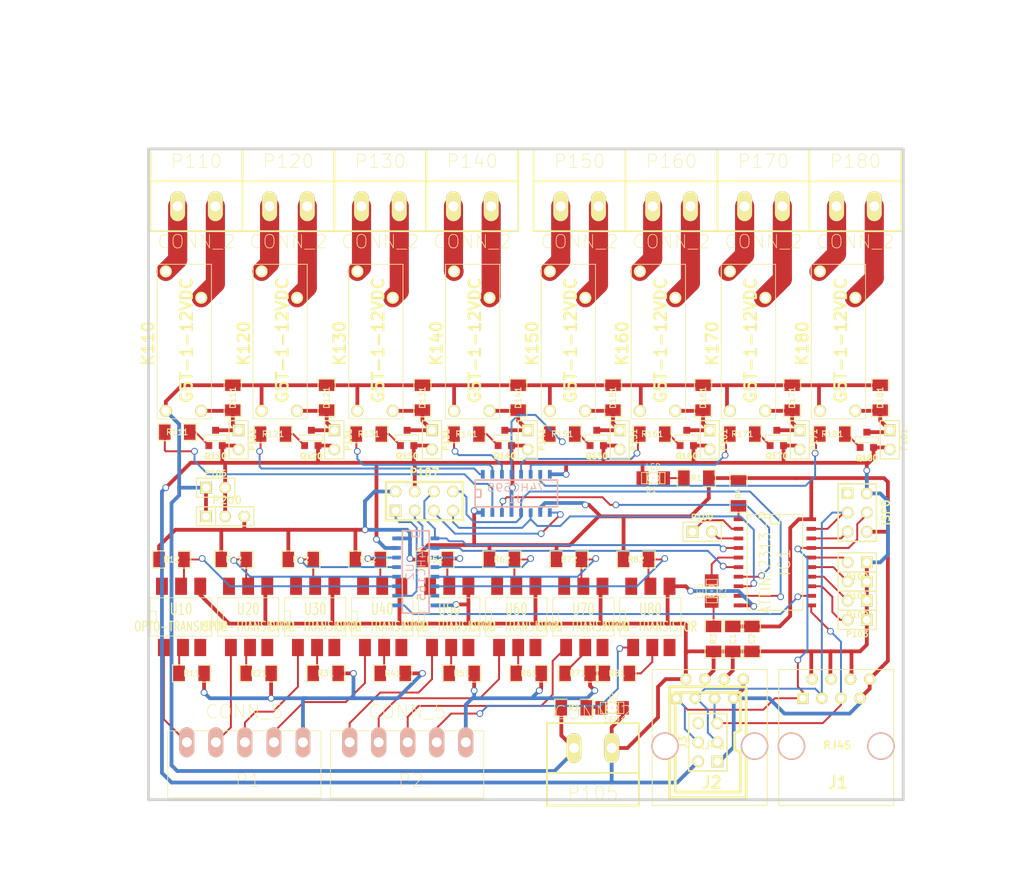
<source format=kicad_pcb>
(kicad_pcb (version 3) (host pcbnew "(2012-nov-02)-testing")
  (title_block (title "4in4out I2C board") (rev 0) (company "XPLDUINO project") (comment 1 "GNU GPL v2") (comment 2 "Domotic Open Source "))
  (layers (15 Dessus signal) (0 Dessous signal))
  (net 0 "")
  (net 1 +12V)
  (net 2 +5V)
  (net 3 /230_110_1)
  (net 4 /230_110_2)
  (net 5 /230_120_1)
  (net 6 /230_120_2)
  (net 7 /230_130_1)
  (net 8 /230_130_2)
  (net 9 /230_140_1)
  (net 10 /230_140_2)
  (net 11 /230_150_1)
  (net 12 /230_150_2)
  (net 13 /230_160_1)
  (net 14 /230_160_2)
  (net 15 /230_170_1)
  (net 16 /230_170_2)
  (net 17 /230_180_1)
  (net 18 /230_180_2)
  (net 19 /C110)
  (net 20 /C120)
  (net 21 /C130)
  (net 22 /C140)
  (net 23 /C150)
  (net 24 /C160)
  (net 25 /C170)
  (net 26 /C180)
  (net 27 /INT)
  (net 28 A0)
  (net 29 A1)
  (net 30 A2)
  (net 31 A3)
  (net 32 CLK_IN)
  (net 33 CLK_OUT)
  (net 34 CMD0)
  (net 35 CMD1)
  (net 36 CMD2)
  (net 37 CMD3)
  (net 38 CMD4)
  (net 39 CMD5)
  (net 40 CMD6)
  (net 41 CMD7)
  (net 42 COM1)
  (net 43 COM2)
  (net 44 DATA_IN)
  (net 45 DATA_OUT)
  (net 46 DGND)
  (net 47 IN0)
  (net 48 IN1)
  (net 49 IN2)
  (net 50 IN3)
  (net 51 IN4)
  (net 52 IN5)
  (net 53 IN6)
  (net 54 IN7)
  (net 55 LATCH_IN)
  (net 56 LATCH_OUT)
  (net 57 MISO)
  (net 58 "MOSI(SDA)")
  (net 59 N-0000020)
  (net 60 N-0000021)
  (net 61 N-0000022)
  (net 62 N-0000023)
  (net 63 N-0000024)
  (net 64 N-0000025)
  (net 65 N-0000026)
  (net 66 N-0000027)
  (net 67 N-0000033)
  (net 68 N-0000035)
  (net 69 N-0000036)
  (net 70 N-0000043)
  (net 71 N-0000045)
  (net 72 N-0000047)
  (net 73 N-0000066)
  (net 74 N-0000088)
  (net 75 N-0000091)
  (net 76 N-0000092)
  (net 77 N-0000093)
  (net 78 N-0000097)
  (net 79 N-0000098)
  (net 80 OUT0)
  (net 81 OUT1)
  (net 82 OUT2)
  (net 83 OUT3)
  (net 84 OUT4)
  (net 85 OUT5)
  (net 86 OUT6)
  (net 87 OUT7)
  (net 88 RX)
  (net 89 "SCK(SCL)")
  (net 90 TX)
  (net 91 U1_OUT)
  (net 92 U2_IN)
  (module SOT23EBC (layer Dessus) (at 241.046 109.474 180)
    (fp_text reference Q150)
    (fp_text value NPN hide)
    (pad 1 smd rect (at -0.889 -1.016 180) (size 0.9144 0.9144) (layers Dessus Dessus.Pate Dessus.Masque) (net 46 DGND))
    (pad 2 smd rect (at 0.889 -1.016 180) (size 0.9144 0.9144) (layers Dessus Dessus.Pate Dessus.Masque) (net 67 N-0000033))
    (pad 3 smd rect (at 0 1.016 180) (size 0.9144 0.9144) (layers Dessus Dessus.Pate Dessus.Masque) (net 23 /C150))
  )
  (module SOT23EBC (layer Dessus) (at 252.984 109.474 180)
    (fp_text reference Q160)
    (fp_text value NPN hide)
    (pad 1 smd rect (at -0.889 -1.016 180) (size 0.9144 0.9144) (layers Dessus Dessus.Pate Dessus.Masque) (net 46 DGND))
    (pad 2 smd rect (at 0.889 -1.016 180) (size 0.9144 0.9144) (layers Dessus Dessus.Pate Dessus.Masque) (net 68 N-0000035))
    (pad 3 smd rect (at 0 1.016 180) (size 0.9144 0.9144) (layers Dessus Dessus.Pate Dessus.Masque) (net 24 /C160))
  )
  (module SOT23EBC (layer Dessus) (at 228.854 109.474 180)
    (fp_text reference Q140)
    (fp_text value NPN hide)
    (pad 1 smd rect (at -0.889 -1.016 180) (size 0.9144 0.9144) (layers Dessus Dessus.Pate Dessus.Masque) (net 46 DGND))
    (pad 2 smd rect (at 0.889 -1.016 180) (size 0.9144 0.9144) (layers Dessus Dessus.Pate Dessus.Masque) (net 73 N-0000066))
    (pad 3 smd rect (at 0 1.016 180) (size 0.9144 0.9144) (layers Dessus Dessus.Pate Dessus.Masque) (net 22 /C140))
  )
  (module SOT23EBC (layer Dessus) (at 264.922 109.474 180)
    (fp_text reference Q170)
    (fp_text value NPN hide)
    (pad 1 smd rect (at -0.889 -1.016 180) (size 0.9144 0.9144) (layers Dessus Dessus.Pate Dessus.Masque) (net 46 DGND))
    (pad 2 smd rect (at 0.889 -1.016 180) (size 0.9144 0.9144) (layers Dessus Dessus.Pate Dessus.Masque) (net 69 N-0000036))
    (pad 3 smd rect (at 0 1.016 180) (size 0.9144 0.9144) (layers Dessus Dessus.Pate Dessus.Masque) (net 25 /C170))
  )
  (module SOT23EBC (layer Dessus) (at 190.5 109.474 180)
    (fp_text reference Q110)
    (fp_text value NPN hide)
    (pad 1 smd rect (at -0.889 -1.016 180) (size 0.9144 0.9144) (layers Dessus Dessus.Pate Dessus.Masque) (net 46 DGND))
    (pad 2 smd rect (at 0.889 -1.016 180) (size 0.9144 0.9144) (layers Dessus Dessus.Pate Dessus.Masque) (net 71 N-0000045))
    (pad 3 smd rect (at 0 1.016 180) (size 0.9144 0.9144) (layers Dessus Dessus.Pate Dessus.Masque) (net 19 /C110))
  )
  (module SOT23EBC (layer Dessus) (at 215.9 109.474 180)
    (fp_text reference Q130)
    (fp_text value NPN hide)
    (pad 1 smd rect (at -0.889 -1.016 180) (size 0.9144 0.9144) (layers Dessus Dessus.Pate Dessus.Masque) (net 46 DGND))
    (pad 2 smd rect (at 0.889 -1.016 180) (size 0.9144 0.9144) (layers Dessus Dessus.Pate Dessus.Masque) (net 70 N-0000043))
    (pad 3 smd rect (at 0 1.016 180) (size 0.9144 0.9144) (layers Dessus Dessus.Pate Dessus.Masque) (net 21 /C130))
  )
  (module SOT23EBC (layer Dessus) (at 276.86 109.728 180)
    (fp_text reference Q180)
    (fp_text value NPN hide)
    (pad 1 smd rect (at -0.889 -1.016 180) (size 0.9144 0.9144) (layers Dessus Dessus.Pate Dessus.Masque) (net 46 DGND))
    (pad 2 smd rect (at 0.889 -1.016 180) (size 0.9144 0.9144) (layers Dessus Dessus.Pate Dessus.Masque) (net 66 N-0000027))
    (pad 3 smd rect (at 0 1.016 180) (size 0.9144 0.9144) (layers Dessus Dessus.Pate Dessus.Masque) (net 26 /C180))
  )
  (module SOT23EBC (layer Dessus) (at 203.2 109.474 180)
    (fp_text reference Q120)
    (fp_text value NPN hide)
    (pad 1 smd rect (at -0.889 -1.016 180) (size 0.9144 0.9144) (layers Dessus Dessus.Pate Dessus.Masque) (net 46 DGND))
    (pad 2 smd rect (at 0.889 -1.016 180) (size 0.9144 0.9144) (layers Dessus Dessus.Pate Dessus.Masque) (net 72 N-0000047))
    (pad 3 smd rect (at 0 1.016 180) (size 0.9144 0.9144) (layers Dessus Dessus.Pate Dessus.Masque) (net 20 /C120))
  )
  (module SO20L (layer Dessus) (at 264.668 125.984 270)
    (fp_text reference IC1)
    (fp_text value ATTINY2313-P)
    (pad 11 smd rect (at 5.715 -4.826 270) (size 0.508 1.27) (layers Dessus Dessus.Pate Dessus.Masque) (net 27 /INT))
    (pad 12 smd rect (at 4.445 -4.826 270) (size 0.508 1.27) (layers Dessus Dessus.Pate Dessus.Masque) (net 44 DATA_IN))
    (pad 13 smd rect (at 3.175 -4.826 270) (size 0.508 1.27) (layers Dessus Dessus.Pate Dessus.Masque) (net 28 A0))
    (pad 14 smd rect (at 1.905 -4.826 270) (size 0.508 1.27) (layers Dessus Dessus.Pate Dessus.Masque) (net 29 A1))
    (pad 15 smd rect (at 0.635 -4.826 270) (size 0.508 1.27) (layers Dessus Dessus.Pate Dessus.Masque) (net 30 A2))
    (pad 16 smd rect (at -0.635 -4.826 270) (size 0.508 1.27) (layers Dessus Dessus.Pate Dessus.Masque) (net 31 A3))
    (pad 17 smd rect (at -1.905 -4.826 270) (size 0.508 1.27) (layers Dessus Dessus.Pate Dessus.Masque) (net 58 "MOSI(SDA)"))
    (pad 18 smd rect (at -3.175 -4.826 270) (size 0.508 1.27) (layers Dessus Dessus.Pate Dessus.Masque) (net 57 MISO))
    (pad 19 smd rect (at -4.445 -4.826 270) (size 0.508 1.27) (layers Dessus Dessus.Pate Dessus.Masque) (net 89 "SCK(SCL)"))
    (pad 20 smd rect (at -5.715 -4.826 270) (size 0.508 1.27) (layers Dessus Dessus.Pate Dessus.Masque) (net 2 +5V))
    (pad 1 smd rect (at -5.715 4.826 270) (size 0.508 1.27) (layers Dessus Dessus.Pate Dessus.Masque) (net 74 N-0000088))
    (pad 2 smd rect (at -4.445 4.826 270) (size 0.508 1.27) (layers Dessus Dessus.Pate Dessus.Masque) (net 88 RX))
    (pad 3 smd rect (at -3.175 4.826 270) (size 0.508 1.27) (layers Dessus Dessus.Pate Dessus.Masque) (net 90 TX))
    (pad 4 smd rect (at -1.905 4.826 270) (size 0.508 1.27) (layers Dessus Dessus.Pate Dessus.Masque) (net 55 LATCH_IN))
    (pad 5 smd rect (at -0.635 4.826 270) (size 0.508 1.27) (layers Dessus Dessus.Pate Dessus.Masque) (net 75 N-0000091))
    (pad 6 smd rect (at 0.635 4.826 270) (size 0.508 1.27) (layers Dessus Dessus.Pate Dessus.Masque) (net 32 CLK_IN))
    (pad 7 smd rect (at 1.905 4.826 270) (size 0.508 1.27) (layers Dessus Dessus.Pate Dessus.Masque) (net 45 DATA_OUT))
    (pad 8 smd rect (at 3.175 4.826 270) (size 0.508 1.27) (layers Dessus Dessus.Pate Dessus.Masque) (net 33 CLK_OUT))
    (pad 9 smd rect (at 4.445 4.826 270) (size 0.508 1.27) (layers Dessus Dessus.Pate Dessus.Masque) (net 56 LATCH_OUT))
    (pad 10 smd rect (at 5.715 4.826 270) (size 0.508 1.27) (layers Dessus Dessus.Pate Dessus.Masque) (net 46 DGND))
  )
  (module SO16E (layer Dessous) (at 217.043 127.254 270)
    (fp_text reference U2)
    (fp_text value 74HC165)
    (pad 1 smd rect (at -4.445 -2.54 270) (size 0.508 1.143) (layers Dessous Dessous.Pate Dessous.Masque) (net 55 LATCH_IN))
    (pad 2 smd rect (at -3.175 -2.54 270) (size 0.508 1.143) (layers Dessous Dessous.Pate Dessous.Masque) (net 32 CLK_IN))
    (pad 3 smd rect (at -1.905 -2.54 270) (size 0.508 1.143) (layers Dessous Dessous.Pate Dessous.Masque) (net 38 CMD4))
    (pad 4 smd rect (at -0.635 -2.54 270) (size 0.508 1.143) (layers Dessous Dessous.Pate Dessous.Masque) (net 39 CMD5))
    (pad 5 smd rect (at 0.635 -2.54 270) (size 0.508 1.143) (layers Dessous Dessous.Pate Dessous.Masque) (net 40 CMD6))
    (pad 6 smd rect (at 1.905 -2.54 270) (size 0.508 1.143) (layers Dessous Dessous.Pate Dessous.Masque) (net 41 CMD7))
    (pad 7 smd rect (at 3.175 -2.54 270) (size 0.508 1.143) (layers Dessous Dessous.Pate Dessous.Masque))
    (pad 8 smd rect (at 4.445 -2.54 270) (size 0.508 1.143) (layers Dessous Dessous.Pate Dessous.Masque) (net 46 DGND))
    (pad 9 smd rect (at 4.445 2.54 270) (size 0.508 1.143) (layers Dessous Dessous.Pate Dessous.Masque) (net 44 DATA_IN))
    (pad 10 smd rect (at 3.175 2.54 270) (size 0.508 1.143) (layers Dessous Dessous.Pate Dessous.Masque) (net 92 U2_IN))
    (pad 11 smd rect (at 1.905 2.54 270) (size 0.508 1.143) (layers Dessous Dessous.Pate Dessous.Masque) (net 34 CMD0))
    (pad 12 smd rect (at 0.635 2.54 270) (size 0.508 1.143) (layers Dessous Dessous.Pate Dessous.Masque) (net 35 CMD1))
    (pad 13 smd rect (at -0.635 2.54 270) (size 0.508 1.143) (layers Dessous Dessous.Pate Dessous.Masque) (net 36 CMD2))
    (pad 14 smd rect (at -1.905 2.54 270) (size 0.508 1.143) (layers Dessous Dessous.Pate Dessous.Masque) (net 37 CMD3))
    (pad 15 smd rect (at -3.175 2.54 270) (size 0.508 1.143) (layers Dessous Dessous.Pate Dessous.Masque) (net 46 DGND))
    (pad 16 smd rect (at -4.445 2.54 270) (size 0.508 1.143) (layers Dessous Dessous.Pate Dessous.Masque) (net 2 +5V))
  )
  (module SO16E (layer Dessous) (at 230.378 116.84)
    (fp_text reference U1)
    (fp_text value 74HC595)
    (pad 1 smd rect (at -4.445 -2.54) (size 0.508 1.143) (layers Dessous Dessous.Pate Dessous.Masque) (net 81 OUT1))
    (pad 2 smd rect (at -3.175 -2.54) (size 0.508 1.143) (layers Dessous Dessous.Pate Dessous.Masque) (net 82 OUT2))
    (pad 3 smd rect (at -1.905 -2.54) (size 0.508 1.143) (layers Dessous Dessous.Pate Dessous.Masque) (net 83 OUT3))
    (pad 4 smd rect (at -0.635 -2.54) (size 0.508 1.143) (layers Dessous Dessous.Pate Dessous.Masque) (net 84 OUT4))
    (pad 5 smd rect (at 0.635 -2.54) (size 0.508 1.143) (layers Dessous Dessous.Pate Dessous.Masque) (net 85 OUT5))
    (pad 6 smd rect (at 1.905 -2.54) (size 0.508 1.143) (layers Dessous Dessous.Pate Dessous.Masque) (net 86 OUT6))
    (pad 7 smd rect (at 3.175 -2.54) (size 0.508 1.143) (layers Dessous Dessous.Pate Dessous.Masque) (net 87 OUT7))
    (pad 8 smd rect (at 4.445 -2.54) (size 0.508 1.143) (layers Dessous Dessous.Pate Dessous.Masque) (net 46 DGND))
    (pad 9 smd rect (at 4.445 2.54) (size 0.508 1.143) (layers Dessous Dessous.Pate Dessous.Masque) (net 91 U1_OUT))
    (pad 10 smd rect (at 3.175 2.54) (size 0.508 1.143) (layers Dessous Dessous.Pate Dessous.Masque) (net 2 +5V))
    (pad 11 smd rect (at 1.905 2.54) (size 0.508 1.143) (layers Dessous Dessous.Pate Dessous.Masque) (net 33 CLK_OUT))
    (pad 12 smd rect (at 0.635 2.54) (size 0.508 1.143) (layers Dessous Dessous.Pate Dessous.Masque) (net 56 LATCH_OUT))
    (pad 13 smd rect (at -0.635 2.54) (size 0.508 1.143) (layers Dessous Dessous.Pate Dessous.Masque) (net 46 DGND))
    (pad 14 smd rect (at -1.905 2.54) (size 0.508 1.143) (layers Dessous Dessous.Pate Dessous.Masque) (net 45 DATA_OUT))
    (pad 15 smd rect (at -3.175 2.54) (size 0.508 1.143) (layers Dessous Dessous.Pate Dessous.Masque) (net 80 OUT0))
    (pad 16 smd rect (at -4.445 2.54) (size 0.508 1.143) (layers Dessous Dessous.Pate Dessous.Masque) (net 2 +5V))
  )
  (module SM1206 (layer Dessus) (at 238.506 140.716)
    (fp_text reference R71)
    (fp_text value R hide)
    (pad 1 smd rect (at -1.651 0) (size 1.524 2.032) (layers Dessus Dessus.Pate Dessus.Masque) (net 64 N-0000025))
    (pad 2 smd rect (at 1.651 0) (size 1.524 2.032) (layers Dessus Dessus.Pate Dessus.Masque) (net 43 COM2))
  )
  (module SM1206 (layer Dessus) (at 243.205 104.14 90)
    (fp_text reference D151)
    (fp_text value DIODE hide)
    (pad 1 smd rect (at -1.651 0 90) (size 1.524 2.032) (layers Dessus Dessus.Pate Dessus.Masque) (net 23 /C150))
    (pad 2 smd rect (at 1.651 0 90) (size 1.524 2.032) (layers Dessus Dessus.Pate Dessus.Masque) (net 1 +12V))
  )
  (module SM1206 (layer Dessus) (at 223.774 108.966)
    (fp_text reference R141)
    (fp_text value R hide)
    (pad 1 smd rect (at -1.651 0) (size 1.524 2.032) (layers Dessus Dessus.Pate Dessus.Masque) (net 83 OUT3))
    (pad 2 smd rect (at 1.651 0) (size 1.524 2.032) (layers Dessus Dessus.Pate Dessus.Masque) (net 73 N-0000066))
  )
  (module SM1206 (layer Dessus) (at 232.029 140.716)
    (fp_text reference R61)
    (fp_text value R hide)
    (pad 1 smd rect (at -1.651 0) (size 1.524 2.032) (layers Dessus Dessus.Pate Dessus.Masque) (net 59 N-0000020))
    (pad 2 smd rect (at 1.651 0) (size 1.524 2.032) (layers Dessus Dessus.Pate Dessus.Masque) (net 43 COM2))
  )
  (module SM1206 (layer Dessus) (at 230.632 104.14 90)
    (fp_text reference D141)
    (fp_text value DIODE hide)
    (pad 1 smd rect (at -1.651 0 90) (size 1.524 2.032) (layers Dessus Dessus.Pate Dessus.Masque) (net 22 /C140))
    (pad 2 smd rect (at 1.651 0 90) (size 1.524 2.032) (layers Dessus Dessus.Pate Dessus.Masque) (net 1 +12V))
  )
  (module SM1206 (layer Dessus) (at 205.232 104.14 90)
    (fp_text reference D121)
    (fp_text value DIODE hide)
    (pad 1 smd rect (at -1.651 0 90) (size 1.524 2.032) (layers Dessus Dessus.Pate Dessus.Masque) (net 20 /C120))
    (pad 2 smd rect (at 1.651 0 90) (size 1.524 2.032) (layers Dessus Dessus.Pate Dessus.Masque) (net 1 +12V))
  )
  (module SM1206 (layer Dessus) (at 210.82 108.966)
    (fp_text reference R131)
    (fp_text value R hide)
    (pad 1 smd rect (at -1.651 0) (size 1.524 2.032) (layers Dessus Dessus.Pate Dessus.Masque) (net 82 OUT2))
    (pad 2 smd rect (at 1.651 0) (size 1.524 2.032) (layers Dessus Dessus.Pate Dessus.Masque) (net 70 N-0000043))
  )
  (module SM1206 (layer Dessus) (at 217.932 104.14 90)
    (fp_text reference D131)
    (fp_text value DIODE hide)
    (pad 1 smd rect (at -1.651 0 90) (size 1.524 2.032) (layers Dessus Dessus.Pate Dessus.Masque) (net 21 /C130))
    (pad 2 smd rect (at 1.651 0 90) (size 1.524 2.032) (layers Dessus Dessus.Pate Dessus.Masque) (net 1 +12V))
  )
  (module SM1206 (layer Dessus) (at 243.713 140.716 180)
    (fp_text reference R81)
    (fp_text value R hide)
    (pad 1 smd rect (at -1.651 0 180) (size 1.524 2.032) (layers Dessus Dessus.Pate Dessus.Masque) (net 65 N-0000026))
    (pad 2 smd rect (at 1.651 0 180) (size 1.524 2.032) (layers Dessus Dessus.Pate Dessus.Masque) (net 43 COM2))
  )
  (module SM1206 (layer Dessus) (at 255.143 104.14 90)
    (fp_text reference D161)
    (fp_text value DIODE hide)
    (pad 1 smd rect (at -1.651 0 90) (size 1.524 2.032) (layers Dessus Dessus.Pate Dessus.Masque) (net 24 /C160))
    (pad 2 smd rect (at 1.651 0 90) (size 1.524 2.032) (layers Dessus Dessus.Pate Dessus.Masque) (net 1 +12V))
  )
  (module SM1206 (layer Dessus) (at 198.12 108.966)
    (fp_text reference R121)
    (fp_text value R hide)
    (pad 1 smd rect (at -1.651 0) (size 1.524 2.032) (layers Dessus Dessus.Pate Dessus.Masque) (net 81 OUT1))
    (pad 2 smd rect (at 1.651 0) (size 1.524 2.032) (layers Dessus Dessus.Pate Dessus.Masque) (net 72 N-0000047))
  )
  (module SM1206 (layer Dessus) (at 272.288 108.966)
    (fp_text reference R181)
    (fp_text value R hide)
    (pad 1 smd rect (at -1.651 0) (size 1.524 2.032) (layers Dessus Dessus.Pate Dessus.Masque) (net 87 OUT7))
    (pad 2 smd rect (at 1.651 0) (size 1.524 2.032) (layers Dessus Dessus.Pate Dessus.Masque) (net 66 N-0000027))
  )
  (module SM1206 (layer Dessus) (at 246.253 125.603)
    (fp_text reference R82)
    (fp_text value R hide)
    (pad 1 smd rect (at -1.651 0) (size 1.524 2.032) (layers Dessus Dessus.Pate Dessus.Masque) (net 2 +5V))
    (pad 2 smd rect (at 1.651 0) (size 1.524 2.032) (layers Dessus Dessus.Pate Dessus.Masque) (net 41 CMD7))
  )
  (module SM1206 (layer Dessus) (at 237.363 125.603)
    (fp_text reference R72)
    (fp_text value R hide)
    (pad 1 smd rect (at -1.651 0) (size 1.524 2.032) (layers Dessus Dessus.Pate Dessus.Masque) (net 2 +5V))
    (pad 2 smd rect (at 1.651 0) (size 1.524 2.032) (layers Dessus Dessus.Pate Dessus.Masque) (net 40 CMD6))
  )
  (module SM1206 (layer Dessus) (at 228.473 125.603)
    (fp_text reference R62)
    (fp_text value R hide)
    (pad 1 smd rect (at -1.651 0) (size 1.524 2.032) (layers Dessus Dessus.Pate Dessus.Masque) (net 2 +5V))
    (pad 2 smd rect (at 1.651 0) (size 1.524 2.032) (layers Dessus Dessus.Pate Dessus.Masque) (net 39 CMD5))
  )
  (module SM1206 (layer Dessus) (at 219.583 125.603)
    (fp_text reference R52)
    (fp_text value R hide)
    (pad 1 smd rect (at -1.651 0) (size 1.524 2.032) (layers Dessus Dessus.Pate Dessus.Masque) (net 2 +5V))
    (pad 2 smd rect (at 1.651 0) (size 1.524 2.032) (layers Dessus Dessus.Pate Dessus.Masque) (net 38 CMD4))
  )
  (module SM1206 (layer Dessus) (at 210.693 125.603)
    (fp_text reference R42)
    (fp_text value R hide)
    (pad 1 smd rect (at -1.651 0) (size 1.524 2.032) (layers Dessus Dessus.Pate Dessus.Masque) (net 2 +5V))
    (pad 2 smd rect (at 1.651 0) (size 1.524 2.032) (layers Dessus Dessus.Pate Dessus.Masque) (net 37 CMD3))
  )
  (module SM1206 (layer Dessus) (at 201.803 125.603)
    (fp_text reference R32)
    (fp_text value R hide)
    (pad 1 smd rect (at -1.651 0) (size 1.524 2.032) (layers Dessus Dessus.Pate Dessus.Masque) (net 2 +5V))
    (pad 2 smd rect (at 1.651 0) (size 1.524 2.032) (layers Dessus Dessus.Pate Dessus.Masque) (net 36 CMD2))
  )
  (module SM1206 (layer Dessus) (at 192.913 125.603)
    (fp_text reference R22)
    (fp_text value R hide)
    (pad 1 smd rect (at -1.651 0) (size 1.524 2.032) (layers Dessus Dessus.Pate Dessus.Masque) (net 2 +5V))
    (pad 2 smd rect (at 1.651 0) (size 1.524 2.032) (layers Dessus Dessus.Pate Dessus.Masque) (net 35 CMD1))
  )
  (module SM1206 (layer Dessus) (at 184.658 125.603)
    (fp_text reference R12)
    (fp_text value R hide)
    (pad 1 smd rect (at -1.651 0) (size 1.524 2.032) (layers Dessus Dessus.Pate Dessus.Masque) (net 2 +5V))
    (pad 2 smd rect (at 1.651 0) (size 1.524 2.032) (layers Dessus Dessus.Pate Dessus.Masque) (net 34 CMD0))
  )
  (module SM1206 (layer Dessus) (at 236.474 108.966)
    (fp_text reference R151)
    (fp_text value R hide)
    (pad 1 smd rect (at -1.651 0) (size 1.524 2.032) (layers Dessus Dessus.Pate Dessus.Masque) (net 84 OUT4))
    (pad 2 smd rect (at 1.651 0) (size 1.524 2.032) (layers Dessus Dessus.Pate Dessus.Masque) (net 67 N-0000033))
  )
  (module SM1206 (layer Dessus) (at 278.638 104.14 90)
    (fp_text reference D181)
    (fp_text value DIODE hide)
    (pad 1 smd rect (at -1.651 0 90) (size 1.524 2.032) (layers Dessus Dessus.Pate Dessus.Masque) (net 26 /C180))
    (pad 2 smd rect (at 1.651 0 90) (size 1.524 2.032) (layers Dessus Dessus.Pate Dessus.Masque) (net 1 +12V))
  )
  (module SM1206 (layer Dessus) (at 260.35 108.966)
    (fp_text reference R171)
    (fp_text value R hide)
    (pad 1 smd rect (at -1.651 0) (size 1.524 2.032) (layers Dessus Dessus.Pate Dessus.Masque) (net 86 OUT6))
    (pad 2 smd rect (at 1.651 0) (size 1.524 2.032) (layers Dessus Dessus.Pate Dessus.Masque) (net 69 N-0000036))
  )
  (module SM1206 (layer Dessus) (at 266.954 104.14 90)
    (fp_text reference D171)
    (fp_text value DIODE hide)
    (pad 1 smd rect (at -1.651 0 90) (size 1.524 2.032) (layers Dessus Dessus.Pate Dessus.Masque) (net 25 /C170))
    (pad 2 smd rect (at 1.651 0 90) (size 1.524 2.032) (layers Dessus Dessus.Pate Dessus.Masque) (net 1 +12V))
  )
  (module SM1206 (layer Dessus) (at 248.412 108.966)
    (fp_text reference R161)
    (fp_text value R hide)
    (pad 1 smd rect (at -1.651 0) (size 1.524 2.032) (layers Dessus Dessus.Pate Dessus.Masque) (net 85 OUT5))
    (pad 2 smd rect (at 1.651 0) (size 1.524 2.032) (layers Dessus Dessus.Pate Dessus.Masque) (net 68 N-0000035))
  )
  (module SM1206 (layer Dessus) (at 213.995 140.716)
    (fp_text reference R41)
    (fp_text value R hide)
    (pad 1 smd rect (at -1.651 0) (size 1.524 2.032) (layers Dessus Dessus.Pate Dessus.Masque) (net 62 N-0000023))
    (pad 2 smd rect (at 1.651 0) (size 1.524 2.032) (layers Dessus Dessus.Pate Dessus.Masque) (net 42 COM1))
  )
  (module SM1206 (layer Dessus) (at 196.215 140.716)
    (fp_text reference R21)
    (fp_text value R hide)
    (pad 1 smd rect (at -1.651 0) (size 1.524 2.032) (layers Dessus Dessus.Pate Dessus.Masque) (net 60 N-0000021))
    (pad 2 smd rect (at 1.651 0) (size 1.524 2.032) (layers Dessus Dessus.Pate Dessus.Masque) (net 42 COM1))
  )
  (module SM1206 (layer Dessus) (at 254.254 114.808 180)
    (fp_text reference R1)
    (fp_text value R hide)
    (pad 1 smd rect (at -1.651 0 180) (size 1.524 2.032) (layers Dessus Dessus.Pate Dessus.Masque) (net 2 +5V))
    (pad 2 smd rect (at 1.651 0 180) (size 1.524 2.032) (layers Dessus Dessus.Pate Dessus.Masque) (net 79 N-0000098))
  )
  (module SM1206 (layer Dessus) (at 205.105 140.716)
    (fp_text reference R31)
    (fp_text value R hide)
    (pad 1 smd rect (at -1.651 0) (size 1.524 2.032) (layers Dessus Dessus.Pate Dessus.Masque) (net 61 N-0000022))
    (pad 2 smd rect (at 1.651 0) (size 1.524 2.032) (layers Dessus Dessus.Pate Dessus.Masque) (net 42 COM1))
  )
  (module SM1206 (layer Dessus) (at 237.998 145.288)
    (fp_text reference R2)
    (fp_text value R hide)
    (pad 1 smd rect (at -1.651 0) (size 1.524 2.032) (layers Dessus Dessus.Pate Dessus.Masque) (net 1 +12V))
    (pad 2 smd rect (at 1.651 0) (size 1.524 2.032) (layers Dessus Dessus.Pate Dessus.Masque) (net 78 N-0000097))
  )
  (module SM1206 (layer Dessus) (at 259.08 136.144 270)
    (fp_text reference C1)
    (fp_text value C hide)
    (pad 1 smd rect (at -1.651 0 270) (size 1.524 2.032) (layers Dessus Dessus.Pate Dessus.Masque) (net 2 +5V))
    (pad 2 smd rect (at 1.651 0 270) (size 1.524 2.032) (layers Dessus Dessus.Pate Dessus.Masque) (net 46 DGND))
  )
  (module SM1206 (layer Dessus) (at 261.62 136.144 270)
    (fp_text reference C2)
    (fp_text value C hide)
    (pad 1 smd rect (at -1.651 0 270) (size 1.524 2.032) (layers Dessus Dessus.Pate Dessus.Masque) (net 2 +5V))
    (pad 2 smd rect (at 1.651 0 270) (size 1.524 2.032) (layers Dessus Dessus.Pate Dessus.Masque) (net 46 DGND))
  )
  (module SM1206 (layer Dessus) (at 256.54 136.144 270)
    (fp_text reference R3)
    (fp_text value R hide)
    (pad 1 smd rect (at -1.651 0 270) (size 1.524 2.032) (layers Dessus Dessus.Pate Dessus.Masque) (net 76 N-0000092))
    (pad 2 smd rect (at 1.651 0 270) (size 1.524 2.032) (layers Dessus Dessus.Pate Dessus.Masque) (net 46 DGND))
  )
  (module SM1206 (layer Dessus) (at 185.42 108.712)
    (fp_text reference R111)
    (fp_text value R hide)
    (pad 1 smd rect (at -1.651 0) (size 1.524 2.032) (layers Dessus Dessus.Pate Dessus.Masque) (net 80 OUT0))
    (pad 2 smd rect (at 1.651 0) (size 1.524 2.032) (layers Dessus Dessus.Pate Dessus.Masque) (net 71 N-0000045))
  )
  (module SM1206 (layer Dessus) (at 259.842 116.84 270)
    (fp_text reference R4)
    (fp_text value R hide)
    (pad 1 smd rect (at -1.651 0 270) (size 1.524 2.032) (layers Dessus Dessus.Pate Dessus.Masque) (net 2 +5V))
    (pad 2 smd rect (at 1.651 0 270) (size 1.524 2.032) (layers Dessus Dessus.Pate Dessus.Masque) (net 74 N-0000088))
  )
  (module SM1206 (layer Dessus) (at 223.139 140.716)
    (fp_text reference R51)
    (fp_text value R hide)
    (pad 1 smd rect (at -1.651 0) (size 1.524 2.032) (layers Dessus Dessus.Pate Dessus.Masque) (net 63 N-0000024))
    (pad 2 smd rect (at 1.651 0) (size 1.524 2.032) (layers Dessus Dessus.Pate Dessus.Masque) (net 43 COM2))
  )
  (module SM1206 (layer Dessus) (at 187.325 140.716)
    (fp_text reference R11)
    (fp_text value R hide)
    (pad 1 smd rect (at -1.651 0) (size 1.524 2.032) (layers Dessus Dessus.Pate Dessus.Masque) (net 77 N-0000093))
    (pad 2 smd rect (at 1.651 0) (size 1.524 2.032) (layers Dessus Dessus.Pate Dessus.Masque) (net 42 COM1))
  )
  (module RJ45_8 (layer Dessus) (at 272.796 150.368)
    (fp_text reference J1)
    (fp_text value RJ45)
    (pad Hole np_thru_hole circle (at 5.93852 0) (size 3.64998 3.64998) (drill 3.251199) (layers *.Cu *.SilkS *.Mask))
    (pad Hole np_thru_hole circle (at -5.9309 0) (size 3.64998 3.64998) (drill 3.251199) (layers *.Cu *.SilkS *.Mask))
    (pad 1 thru_hole rect (at -4.445 -6.35) (size 1.50114 1.50114) (drill 0.899159) (layers *.Cu *.Mask Dessus.SilkS) (net 58 "MOSI(SDA)"))
    (pad 2 thru_hole circle (at -3.175 -8.89) (size 1.50114 1.50114) (drill 0.899159) (layers *.Cu *.Mask Dessus.SilkS) (net 46 DGND))
    (pad 3 thru_hole circle (at -1.905 -6.35) (size 1.50114 1.50114) (drill 0.899159) (layers *.Cu *.Mask Dessus.SilkS) (net 89 "SCK(SCL)"))
    (pad 4 thru_hole circle (at -0.635 -8.89) (size 1.50114 1.50114) (drill 0.899159) (layers *.Cu *.Mask Dessus.SilkS) (net 46 DGND))
    (pad 5 thru_hole circle (at 0.635 -6.35) (size 1.50114 1.50114) (drill 0.899159) (layers *.Cu *.Mask Dessus.SilkS) (net 27 /INT))
    (pad 6 thru_hole circle (at 1.905 -8.89) (size 1.50114 1.50114) (drill 0.899159) (layers *.Cu *.Mask Dessus.SilkS) (net 46 DGND))
    (pad 7 thru_hole circle (at 3.175 -6.35) (size 1.50114 1.50114) (drill 0.899159) (layers *.Cu *.Mask Dessus.SilkS) (net 2 +5V))
    (pad 8 thru_hole circle (at 4.445 -8.89) (size 1.50114 1.50114) (drill 0.899159) (layers *.Cu *.Mask Dessus.SilkS) (net 2 +5V))
  )
  (module RJ45_8 (layer Dessus) (at 256.032 150.368)
    (fp_text reference J2)
    (fp_text value RJ45)
    (pad Hole np_thru_hole circle (at 5.93852 0) (size 3.64998 3.64998) (drill 3.251199) (layers *.Cu *.SilkS *.Mask))
    (pad Hole np_thru_hole circle (at -5.9309 0) (size 3.64998 3.64998) (drill 3.251199) (layers *.Cu *.SilkS *.Mask))
    (pad 1 thru_hole rect (at -4.445 -6.35) (size 1.50114 1.50114) (drill 0.899159) (layers *.Cu *.Mask Dessus.SilkS) (net 58 "MOSI(SDA)"))
    (pad 2 thru_hole circle (at -3.175 -8.89) (size 1.50114 1.50114) (drill 0.899159) (layers *.Cu *.Mask Dessus.SilkS) (net 46 DGND))
    (pad 3 thru_hole circle (at -1.905 -6.35) (size 1.50114 1.50114) (drill 0.899159) (layers *.Cu *.Mask Dessus.SilkS) (net 89 "SCK(SCL)"))
    (pad 4 thru_hole circle (at -0.635 -8.89) (size 1.50114 1.50114) (drill 0.899159) (layers *.Cu *.Mask Dessus.SilkS) (net 46 DGND))
    (pad 5 thru_hole circle (at 0.635 -6.35) (size 1.50114 1.50114) (drill 0.899159) (layers *.Cu *.Mask Dessus.SilkS) (net 27 /INT))
    (pad 6 thru_hole circle (at 1.905 -8.89) (size 1.50114 1.50114) (drill 0.899159) (layers *.Cu *.Mask Dessus.SilkS) (net 46 DGND))
    (pad 7 thru_hole circle (at 3.175 -6.35) (size 1.50114 1.50114) (drill 0.899159) (layers *.Cu *.Mask Dessus.SilkS) (net 2 +5V))
    (pad 8 thru_hole circle (at 4.445 -8.89) (size 1.50114 1.50114) (drill 0.899159) (layers *.Cu *.Mask Dessus.SilkS) (net 2 +5V))
  )
  (module PIN_ARRAY_2X1 (layer Dessus) (at 275.59 131.064 180)
    (fp_text reference P102)
    (fp_text value CONN_2 hide)
    (pad 1 thru_hole rect (at -1.27 0 180) (size 1.524 1.524) (drill 1.016) (layers *.Cu *.Mask Dessus.SilkS) (net 46 DGND))
    (pad 2 thru_hole circle (at 1.27 0 180) (size 1.524 1.524) (drill 1.016) (layers *.Cu *.Mask Dessus.SilkS) (net 29 A1))
  )
  (module PIN_ARRAY_2X1 (layer Dessus) (at 190.5 116.078)
    (fp_text reference P106)
    (fp_text value CONN_2 hide)
    (pad 1 thru_hole rect (at -1.27 0) (size 1.524 1.524) (drill 1.016) (layers *.Cu *.Mask Dessus.SilkS) (net 1 +12V))
    (pad 2 thru_hole circle (at 1.27 0) (size 1.524 1.524) (drill 1.016) (layers *.Cu *.Mask Dessus.SilkS) (net 46 DGND))
  )
  (module PIN_ARRAY_2X1 (layer Dessus) (at 275.59 133.604 180)
    (fp_text reference P103)
    (fp_text value CONN_2 hide)
    (pad 1 thru_hole rect (at -1.27 0 180) (size 1.524 1.524) (drill 1.016) (layers *.Cu *.Mask Dessus.SilkS) (net 46 DGND))
    (pad 2 thru_hole circle (at 1.27 0 180) (size 1.524 1.524) (drill 1.016) (layers *.Cu *.Mask Dessus.SilkS) (net 28 A0))
  )
  (module PIN_ARRAY_2X1 (layer Dessus) (at 275.59 128.524 180)
    (fp_text reference P101)
    (fp_text value CONN_2 hide)
    (pad 1 thru_hole rect (at -1.27 0 180) (size 1.524 1.524) (drill 1.016) (layers *.Cu *.Mask Dessus.SilkS) (net 46 DGND))
    (pad 2 thru_hole circle (at 1.27 0 180) (size 1.524 1.524) (drill 1.016) (layers *.Cu *.Mask Dessus.SilkS) (net 30 A2))
  )
  (module PIN_ARRAY_2X1 (layer Dessus) (at 275.59 125.984 180)
    (fp_text reference P100)
    (fp_text value CONN_2 hide)
    (pad 1 thru_hole rect (at -1.27 0 180) (size 1.524 1.524) (drill 1.016) (layers *.Cu *.Mask Dessus.SilkS) (net 46 DGND))
    (pad 2 thru_hole circle (at 1.27 0 180) (size 1.524 1.524) (drill 1.016) (layers *.Cu *.Mask Dessus.SilkS) (net 31 A3))
  )
  (module PIN_ARRAY_2X1 (layer Dessus) (at 255.016 121.92)
    (fp_text reference P109)
    (fp_text value CONN_2 hide)
    (pad 1 thru_hole rect (at -1.27 0) (size 1.524 1.524) (drill 1.016) (layers *.Cu *.Mask Dessus.SilkS) (net 88 RX))
    (pad 2 thru_hole circle (at 1.27 0) (size 1.524 1.524) (drill 1.016) (layers *.Cu *.Mask Dessus.SilkS) (net 90 TX))
  )
  (module MOL_CONN_2_VH (layer Dessus) (at 263.144 78.74 180)
    (fp_text reference P170)
    (fp_text value CONN_2)
    (pad 1 thru_hole oval (at -2.5146 0 180) (size 1.9812 3.9624) (drill 1.320799) (layers *.Cu *.Mask Dessus.Pate Dessus.SilkS) (net 15 /230_170_1))
    (pad 2 thru_hole oval (at 2.4892 0 180) (size 1.9812 3.9624) (drill 1.320799) (layers *.Cu *.Mask Dessus.Pate Dessus.SilkS) (net 16 /230_170_2))
  )
  (module MOL_CONN_2_VH (layer Dessus) (at 275.336 78.74 180)
    (fp_text reference P180)
    (fp_text value CONN_2)
    (pad 1 thru_hole oval (at -2.5146 0 180) (size 1.9812 3.9624) (drill 1.320799) (layers *.Cu *.Mask Dessus.Pate Dessus.SilkS) (net 17 /230_180_1))
    (pad 2 thru_hole oval (at 2.4892 0 180) (size 1.9812 3.9624) (drill 1.320799) (layers *.Cu *.Mask Dessus.Pate Dessus.SilkS) (net 18 /230_180_2))
  )
  (module MOL_CONN_2_VH (layer Dessus) (at 250.952 78.74 180)
    (fp_text reference P160)
    (fp_text value CONN_2)
    (pad 1 thru_hole oval (at -2.5146 0 180) (size 1.9812 3.9624) (drill 1.320799) (layers *.Cu *.Mask Dessus.Pate Dessus.SilkS) (net 13 /230_160_1))
    (pad 2 thru_hole oval (at 2.4892 0 180) (size 1.9812 3.9624) (drill 1.320799) (layers *.Cu *.Mask Dessus.Pate Dessus.SilkS) (net 14 /230_160_2))
  )
  (module MOL_CONN_2_VH (layer Dessus) (at 187.96 78.74 180)
    (fp_text reference P110)
    (fp_text value CONN_2)
    (pad 1 thru_hole oval (at -2.5146 0 180) (size 1.9812 3.9624) (drill 1.320799) (layers *.Cu *.Mask Dessus.Pate Dessus.SilkS) (net 3 /230_110_1))
    (pad 2 thru_hole oval (at 2.4892 0 180) (size 1.9812 3.9624) (drill 1.320799) (layers *.Cu *.Mask Dessus.Pate Dessus.SilkS) (net 4 /230_110_2))
  )
  (module MOL_CONN_2_VH (layer Dessus) (at 238.76 78.74 180)
    (fp_text reference P150)
    (fp_text value CONN_2)
    (pad 1 thru_hole oval (at -2.5146 0 180) (size 1.9812 3.9624) (drill 1.320799) (layers *.Cu *.Mask Dessus.Pate Dessus.SilkS) (net 11 /230_150_1))
    (pad 2 thru_hole oval (at 2.4892 0 180) (size 1.9812 3.9624) (drill 1.320799) (layers *.Cu *.Mask Dessus.Pate Dessus.SilkS) (net 12 /230_150_2))
  )
  (module MOL_CONN_2_VH (layer Dessus) (at 200.152 78.74 180)
    (fp_text reference P120)
    (fp_text value CONN_2)
    (pad 1 thru_hole oval (at -2.5146 0 180) (size 1.9812 3.9624) (drill 1.320799) (layers *.Cu *.Mask Dessus.Pate Dessus.SilkS) (net 5 /230_120_1))
    (pad 2 thru_hole oval (at 2.4892 0 180) (size 1.9812 3.9624) (drill 1.320799) (layers *.Cu *.Mask Dessus.Pate Dessus.SilkS) (net 6 /230_120_2))
  )
  (module MOL_CONN_2_VH (layer Dessus) (at 212.344 78.74 180)
    (fp_text reference P130)
    (fp_text value CONN_2)
    (pad 1 thru_hole oval (at -2.5146 0 180) (size 1.9812 3.9624) (drill 1.320799) (layers *.Cu *.Mask Dessus.Pate Dessus.SilkS) (net 7 /230_130_1))
    (pad 2 thru_hole oval (at 2.4892 0 180) (size 1.9812 3.9624) (drill 1.320799) (layers *.Cu *.Mask Dessus.Pate Dessus.SilkS) (net 8 /230_130_2))
  )
  (module MOL_CONN_2_VH (layer Dessus) (at 224.536 78.74 180)
    (fp_text reference P140)
    (fp_text value CONN_2)
    (pad 1 thru_hole oval (at -2.5146 0 180) (size 1.9812 3.9624) (drill 1.320799) (layers *.Cu *.Mask Dessus.Pate Dessus.SilkS) (net 9 /230_140_1))
    (pad 2 thru_hole oval (at 2.4892 0 180) (size 1.9812 3.9624) (drill 1.320799) (layers *.Cu *.Mask Dessus.Pate Dessus.SilkS) (net 10 /230_140_2))
  )
  (module LED-1206 (layer Dessus) (at 256.286 129.794 270)
    (fp_text reference D3)
    (fp_text value LED)
    (pad 1 smd rect (at -1.41986 0 270) (size 1.59766 1.80086) (layers Dessus Dessus.Pate Dessus.Masque) (net 75 N-0000091))
    (pad 2 smd rect (at 1.41986 0 270) (size 1.59766 1.80086) (layers Dessus Dessus.Pate Dessus.Masque) (net 76 N-0000092))
  )
  (module LED-1206 (layer Dessus) (at 243.078 145.288)
    (fp_text reference D2)
    (fp_text value LED)
    (pad 1 smd rect (at -1.41986 0) (size 1.59766 1.80086) (layers Dessus Dessus.Pate Dessus.Masque) (net 78 N-0000097))
    (pad 2 smd rect (at 1.41986 0) (size 1.59766 1.80086) (layers Dessus Dessus.Pate Dessus.Masque) (net 46 DGND))
  )
  (module LED-1206 (layer Dessus) (at 248.539 114.808 180)
    (fp_text reference D1)
    (fp_text value LED)
    (pad 1 smd rect (at -1.41986 0 180) (size 1.59766 1.80086) (layers Dessus Dessus.Pate Dessus.Masque) (net 79 N-0000098))
    (pad 2 smd rect (at 1.41986 0 180) (size 1.59766 1.80086) (layers Dessus Dessus.Pate Dessus.Masque) (net 46 DGND))
  )
  (module HE10-6 (layer Dessus) (at 255.778 149.86 90)
    (fp_text reference J3)
    (fp_text value CONN_6 hide)
    (pad 1 thru_hole rect (at -2.54 1.27 90) (size 1.524 1.524) (drill 1.016) (layers *.Cu *.Mask Dessus.SilkS) (net 2 +5V))
    (pad 2 thru_hole circle (at -2.54 -1.27 90) (size 1.524 1.524) (drill 1.016) (layers *.Cu *.Mask Dessus.SilkS) (net 46 DGND))
    (pad 3 thru_hole circle (at 0 1.27 90) (size 1.524 1.524) (drill 1.016) (layers *.Cu *.Mask Dessus.SilkS) (net 89 "SCK(SCL)"))
    (pad 4 thru_hole circle (at 0 -1.27 90) (size 1.524 1.524) (drill 1.016) (layers *.Cu *.Mask Dessus.SilkS) (net 58 "MOSI(SDA)"))
    (pad 5 thru_hole circle (at 2.54 1.27 90) (size 1.524 1.524) (drill 1.016) (layers *.Cu *.Mask Dessus.SilkS) (net 27 /INT))
    (pad 6 thru_hole circle (at 2.54 -1.27 90) (size 1.524 1.524) (drill 1.016) (layers *.Cu *.Mask Dessus.SilkS))
  )
  (module G5T-1-12VDC (layer Dessus) (at 233.68 106.934 90)
    (fp_text reference K150)
    (fp_text value G5T-1-12VDC)
    (pad 1 thru_hole circle (at 1.04902 1.15062 90) (size 1.6002 1.6002) (drill 1.09982) (layers *.Cu *.Mask Dessus.SilkS) (net 1 +12V))
    (pad 2 thru_hole circle (at 1.04902 5.84962 90) (size 1.6002 1.6002) (drill 1.09982) (layers *.Cu *.Mask Dessus.SilkS) (net 23 /C150))
    (pad 3 thru_hole circle (at 16.05026 5.84962 90) (size 1.6002 1.6002) (drill 1.09982) (layers *.Cu *.Mask Dessus.SilkS) (net 11 /230_150_1))
    (pad 4 thru_hole circle (at 19.55038 1.15062 90) (size 1.6002 1.6002) (drill 1.09982) (layers *.Cu *.Mask Dessus.SilkS) (net 12 /230_150_2))
  )
  (module G5T-1-12VDC (layer Dessus) (at 182.753 106.934 90)
    (fp_text reference K110)
    (fp_text value G5T-1-12VDC)
    (pad 1 thru_hole circle (at 1.04902 1.15062 90) (size 1.6002 1.6002) (drill 1.09982) (layers *.Cu *.Mask Dessus.SilkS) (net 1 +12V))
    (pad 2 thru_hole circle (at 1.04902 5.84962 90) (size 1.6002 1.6002) (drill 1.09982) (layers *.Cu *.Mask Dessus.SilkS) (net 19 /C110))
    (pad 3 thru_hole circle (at 16.05026 5.84962 90) (size 1.6002 1.6002) (drill 1.09982) (layers *.Cu *.Mask Dessus.SilkS) (net 3 /230_110_1))
    (pad 4 thru_hole circle (at 19.55038 1.15062 90) (size 1.6002 1.6002) (drill 1.09982) (layers *.Cu *.Mask Dessus.SilkS) (net 4 /230_110_2))
  )
  (module G5T-1-12VDC (layer Dessus) (at 195.453 106.934 90)
    (fp_text reference K120)
    (fp_text value G5T-1-12VDC)
    (pad 1 thru_hole circle (at 1.04902 1.15062 90) (size 1.6002 1.6002) (drill 1.09982) (layers *.Cu *.Mask Dessus.SilkS) (net 1 +12V))
    (pad 2 thru_hole circle (at 1.04902 5.84962 90) (size 1.6002 1.6002) (drill 1.09982) (layers *.Cu *.Mask Dessus.SilkS) (net 20 /C120))
    (pad 3 thru_hole circle (at 16.05026 5.84962 90) (size 1.6002 1.6002) (drill 1.09982) (layers *.Cu *.Mask Dessus.SilkS) (net 5 /230_120_1))
    (pad 4 thru_hole circle (at 19.55038 1.15062 90) (size 1.6002 1.6002) (drill 1.09982) (layers *.Cu *.Mask Dessus.SilkS) (net 6 /230_120_2))
  )
  (module G5T-1-12VDC (layer Dessus) (at 269.494 106.934 90)
    (fp_text reference K180)
    (fp_text value G5T-1-12VDC)
    (pad 1 thru_hole circle (at 1.04902 1.15062 90) (size 1.6002 1.6002) (drill 1.09982) (layers *.Cu *.Mask Dessus.SilkS) (net 1 +12V))
    (pad 2 thru_hole circle (at 1.04902 5.84962 90) (size 1.6002 1.6002) (drill 1.09982) (layers *.Cu *.Mask Dessus.SilkS) (net 26 /C180))
    (pad 3 thru_hole circle (at 16.05026 5.84962 90) (size 1.6002 1.6002) (drill 1.09982) (layers *.Cu *.Mask Dessus.SilkS) (net 17 /230_180_1))
    (pad 4 thru_hole circle (at 19.55038 1.15062 90) (size 1.6002 1.6002) (drill 1.09982) (layers *.Cu *.Mask Dessus.SilkS) (net 18 /230_180_2))
  )
  (module G5T-1-12VDC (layer Dessus) (at 208.153 106.934 90)
    (fp_text reference K130)
    (fp_text value G5T-1-12VDC)
    (pad 1 thru_hole circle (at 1.04902 1.15062 90) (size 1.6002 1.6002) (drill 1.09982) (layers *.Cu *.Mask Dessus.SilkS) (net 1 +12V))
    (pad 2 thru_hole circle (at 1.04902 5.84962 90) (size 1.6002 1.6002) (drill 1.09982) (layers *.Cu *.Mask Dessus.SilkS) (net 21 /C130))
    (pad 3 thru_hole circle (at 16.05026 5.84962 90) (size 1.6002 1.6002) (drill 1.09982) (layers *.Cu *.Mask Dessus.SilkS) (net 7 /230_130_1))
    (pad 4 thru_hole circle (at 19.55038 1.15062 90) (size 1.6002 1.6002) (drill 1.09982) (layers *.Cu *.Mask Dessus.SilkS) (net 8 /230_130_2))
  )
  (module G5T-1-12VDC (layer Dessus) (at 257.556 106.934 90)
    (fp_text reference K170)
    (fp_text value G5T-1-12VDC)
    (pad 1 thru_hole circle (at 1.04902 1.15062 90) (size 1.6002 1.6002) (drill 1.09982) (layers *.Cu *.Mask Dessus.SilkS) (net 1 +12V))
    (pad 2 thru_hole circle (at 1.04902 5.84962 90) (size 1.6002 1.6002) (drill 1.09982) (layers *.Cu *.Mask Dessus.SilkS) (net 25 /C170))
    (pad 3 thru_hole circle (at 16.05026 5.84962 90) (size 1.6002 1.6002) (drill 1.09982) (layers *.Cu *.Mask Dessus.SilkS) (net 15 /230_170_1))
    (pad 4 thru_hole circle (at 19.55038 1.15062 90) (size 1.6002 1.6002) (drill 1.09982) (layers *.Cu *.Mask Dessus.SilkS) (net 16 /230_170_2))
  )
  (module G5T-1-12VDC (layer Dessus) (at 220.98 106.934 90)
    (fp_text reference K140)
    (fp_text value G5T-1-12VDC)
    (pad 1 thru_hole circle (at 1.04902 1.15062 90) (size 1.6002 1.6002) (drill 1.09982) (layers *.Cu *.Mask Dessus.SilkS) (net 1 +12V))
    (pad 2 thru_hole circle (at 1.04902 5.84962 90) (size 1.6002 1.6002) (drill 1.09982) (layers *.Cu *.Mask Dessus.SilkS) (net 22 /C140))
    (pad 3 thru_hole circle (at 16.05026 5.84962 90) (size 1.6002 1.6002) (drill 1.09982) (layers *.Cu *.Mask Dessus.SilkS) (net 9 /230_140_1))
    (pad 4 thru_hole circle (at 19.55038 1.15062 90) (size 1.6002 1.6002) (drill 1.09982) (layers *.Cu *.Mask Dessus.SilkS) (net 10 /230_140_2))
  )
  (module G5T-1-12VDC (layer Dessus) (at 245.618 106.934 90)
    (fp_text reference K160)
    (fp_text value G5T-1-12VDC)
    (pad 1 thru_hole circle (at 1.04902 1.15062 90) (size 1.6002 1.6002) (drill 1.09982) (layers *.Cu *.Mask Dessus.SilkS) (net 1 +12V))
    (pad 2 thru_hole circle (at 1.04902 5.84962 90) (size 1.6002 1.6002) (drill 1.09982) (layers *.Cu *.Mask Dessus.SilkS) (net 24 /C160))
    (pad 3 thru_hole circle (at 16.05026 5.84962 90) (size 1.6002 1.6002) (drill 1.09982) (layers *.Cu *.Mask Dessus.SilkS) (net 13 /230_160_1))
    (pad 4 thru_hole circle (at 19.55038 1.15062 90) (size 1.6002 1.6002) (drill 1.09982) (layers *.Cu *.Mask Dessus.SilkS) (net 14 /230_160_2))
  )
  (module MOL_CONN_5_MINI (layer Dessus) (at 186.69 149.86)
    (fp_text reference P1)
    (fp_text value CONN_5)
    (pad 1 thru_hole oval (at 0 0) (size 1.9812 3.9624) (drill 1.320799) (layers *.Cu *.SilkS *.Mask Dessus.Pate) (net 47 IN0))
    (pad 2 thru_hole oval (at 3.85 0) (size 1.9812 3.9624) (drill 1.320799) (layers *.Cu *.SilkS *.Mask Dessus.Pate) (net 48 IN1))
    (pad 3 thru_hole oval (at 7.7 0) (size 1.9812 3.9624) (drill 1.320799) (layers *.Cu *.SilkS *.Mask Dessus.Pate) (net 49 IN2))
    (pad 4 thru_hole oval (at 11.55 0) (size 1.9812 3.9624) (drill 1.320799) (layers *.Cu *.SilkS *.Mask Dessus.Pate) (net 50 IN3))
    (pad 5 thru_hole oval (at 15.4 0) (size 1.9812 3.9624) (drill 1.320799) (layers *.Cu *.SilkS *.Mask Dessus.Pate) (net 42 COM1))
  )
  (module MOL_CONN_5_MINI (layer Dessus) (at 208.28 149.86)
    (fp_text reference P2)
    (fp_text value CONN_5)
    (pad 1 thru_hole oval (at 0 0) (size 1.9812 3.9624) (drill 1.320799) (layers *.Cu *.SilkS *.Mask Dessus.Pate) (net 51 IN4))
    (pad 2 thru_hole oval (at 3.85 0) (size 1.9812 3.9624) (drill 1.320799) (layers *.Cu *.SilkS *.Mask Dessus.Pate) (net 52 IN5))
    (pad 3 thru_hole oval (at 7.7 0) (size 1.9812 3.9624) (drill 1.320799) (layers *.Cu *.SilkS *.Mask Dessus.Pate) (net 53 IN6))
    (pad 4 thru_hole oval (at 11.55 0) (size 1.9812 3.9624) (drill 1.320799) (layers *.Cu *.SilkS *.Mask Dessus.Pate) (net 54 IN7))
    (pad 5 thru_hole oval (at 15.4 0) (size 1.9812 3.9624) (drill 1.320799) (layers *.Cu *.SilkS *.Mask Dessus.Pate) (net 43 COM2))
  )
  (module SM1206 (layer Dessus) (at 192.786 104.14 90)
    (fp_text reference D111)
    (fp_text value DIODE hide)
    (pad 1 smd rect (at -1.651 0 90) (size 1.524 2.032) (layers Dessus Dessus.Pate Dessus.Masque) (net 19 /C110))
    (pad 2 smd rect (at 1.651 0 90) (size 1.524 2.032) (layers Dessus Dessus.Pate Dessus.Masque) (net 1 +12V))
  )
  (module CMS-6 (layer Dessus) (at 185.928 133.223)
    (fp_text reference U10)
    (fp_text value OPTO-TRANSISTOR)
    (pad 1 smd rect (at -2.286 4.064) (size 1.5748 2.286) (layers Dessus Dessus.Pate Dessus.Masque) (net 47 IN0))
    (pad 2 smd rect (at 0.254 4.064) (size 1.5748 2.286) (layers Dessus Dessus.Pate Dessus.Masque) (net 77 N-0000093))
    (pad 3 smd rect (at 2.54 4.064) (size 1.5748 2.286) (layers Dessus Dessus.Pate Dessus.Masque))
    (pad 4 smd rect (at 2.54 -4.064) (size 1.5748 2.286) (layers Dessus Dessus.Pate Dessus.Masque) (net 46 DGND))
    (pad 5 smd rect (at 0 -4.064) (size 1.5748 2.286) (layers Dessus Dessus.Pate Dessus.Masque) (net 34 CMD0))
    (pad 6 smd rect (at -2.54 -4.064) (size 1.5748 2.286) (layers Dessus Dessus.Pate Dessus.Masque))
  )
  (module CMS-6 (layer Dessus) (at 194.818 133.223)
    (fp_text reference U20)
    (fp_text value OPTO-TRANSISTOR)
    (pad 1 smd rect (at -2.286 4.064) (size 1.5748 2.286) (layers Dessus Dessus.Pate Dessus.Masque) (net 48 IN1))
    (pad 2 smd rect (at 0.254 4.064) (size 1.5748 2.286) (layers Dessus Dessus.Pate Dessus.Masque) (net 60 N-0000021))
    (pad 3 smd rect (at 2.54 4.064) (size 1.5748 2.286) (layers Dessus Dessus.Pate Dessus.Masque))
    (pad 4 smd rect (at 2.54 -4.064) (size 1.5748 2.286) (layers Dessus Dessus.Pate Dessus.Masque) (net 46 DGND))
    (pad 5 smd rect (at 0 -4.064) (size 1.5748 2.286) (layers Dessus Dessus.Pate Dessus.Masque) (net 35 CMD1))
    (pad 6 smd rect (at -2.54 -4.064) (size 1.5748 2.286) (layers Dessus Dessus.Pate Dessus.Masque))
  )
  (module CMS-6 (layer Dessus) (at 203.708 133.223)
    (fp_text reference U30)
    (fp_text value OPTO-TRANSISTOR)
    (pad 1 smd rect (at -2.286 4.064) (size 1.5748 2.286) (layers Dessus Dessus.Pate Dessus.Masque) (net 49 IN2))
    (pad 2 smd rect (at 0.254 4.064) (size 1.5748 2.286) (layers Dessus Dessus.Pate Dessus.Masque) (net 61 N-0000022))
    (pad 3 smd rect (at 2.54 4.064) (size 1.5748 2.286) (layers Dessus Dessus.Pate Dessus.Masque))
    (pad 4 smd rect (at 2.54 -4.064) (size 1.5748 2.286) (layers Dessus Dessus.Pate Dessus.Masque) (net 46 DGND))
    (pad 5 smd rect (at 0 -4.064) (size 1.5748 2.286) (layers Dessus Dessus.Pate Dessus.Masque) (net 36 CMD2))
    (pad 6 smd rect (at -2.54 -4.064) (size 1.5748 2.286) (layers Dessus Dessus.Pate Dessus.Masque))
  )
  (module CMS-6 (layer Dessus) (at 212.598 133.223)
    (fp_text reference U40)
    (fp_text value OPTO-TRANSISTOR)
    (pad 1 smd rect (at -2.286 4.064) (size 1.5748 2.286) (layers Dessus Dessus.Pate Dessus.Masque) (net 50 IN3))
    (pad 2 smd rect (at 0.254 4.064) (size 1.5748 2.286) (layers Dessus Dessus.Pate Dessus.Masque) (net 62 N-0000023))
    (pad 3 smd rect (at 2.54 4.064) (size 1.5748 2.286) (layers Dessus Dessus.Pate Dessus.Masque))
    (pad 4 smd rect (at 2.54 -4.064) (size 1.5748 2.286) (layers Dessus Dessus.Pate Dessus.Masque) (net 46 DGND))
    (pad 5 smd rect (at 0 -4.064) (size 1.5748 2.286) (layers Dessus Dessus.Pate Dessus.Masque) (net 37 CMD3))
    (pad 6 smd rect (at -2.54 -4.064) (size 1.5748 2.286) (layers Dessus Dessus.Pate Dessus.Masque))
  )
  (module CMS-6 (layer Dessus) (at 221.488 133.223)
    (fp_text reference U50)
    (fp_text value OPTO-TRANSISTOR)
    (pad 1 smd rect (at -2.286 4.064) (size 1.5748 2.286) (layers Dessus Dessus.Pate Dessus.Masque) (net 51 IN4))
    (pad 2 smd rect (at 0.254 4.064) (size 1.5748 2.286) (layers Dessus Dessus.Pate Dessus.Masque) (net 63 N-0000024))
    (pad 3 smd rect (at 2.54 4.064) (size 1.5748 2.286) (layers Dessus Dessus.Pate Dessus.Masque))
    (pad 4 smd rect (at 2.54 -4.064) (size 1.5748 2.286) (layers Dessus Dessus.Pate Dessus.Masque) (net 46 DGND))
    (pad 5 smd rect (at 0 -4.064) (size 1.5748 2.286) (layers Dessus Dessus.Pate Dessus.Masque) (net 38 CMD4))
    (pad 6 smd rect (at -2.54 -4.064) (size 1.5748 2.286) (layers Dessus Dessus.Pate Dessus.Masque))
  )
  (module CMS-6 (layer Dessus) (at 230.378 133.223)
    (fp_text reference U60)
    (fp_text value OPTO-TRANSISTOR)
    (pad 1 smd rect (at -2.286 4.064) (size 1.5748 2.286) (layers Dessus Dessus.Pate Dessus.Masque) (net 52 IN5))
    (pad 2 smd rect (at 0.254 4.064) (size 1.5748 2.286) (layers Dessus Dessus.Pate Dessus.Masque) (net 59 N-0000020))
    (pad 3 smd rect (at 2.54 4.064) (size 1.5748 2.286) (layers Dessus Dessus.Pate Dessus.Masque))
    (pad 4 smd rect (at 2.54 -4.064) (size 1.5748 2.286) (layers Dessus Dessus.Pate Dessus.Masque) (net 46 DGND))
    (pad 5 smd rect (at 0 -4.064) (size 1.5748 2.286) (layers Dessus Dessus.Pate Dessus.Masque) (net 39 CMD5))
    (pad 6 smd rect (at -2.54 -4.064) (size 1.5748 2.286) (layers Dessus Dessus.Pate Dessus.Masque))
  )
  (module CMS-6 (layer Dessus) (at 248.158 133.223)
    (fp_text reference U80)
    (fp_text value OPTO-TRANSISTOR)
    (pad 1 smd rect (at -2.286 4.064) (size 1.5748 2.286) (layers Dessus Dessus.Pate Dessus.Masque) (net 54 IN7))
    (pad 2 smd rect (at 0.254 4.064) (size 1.5748 2.286) (layers Dessus Dessus.Pate Dessus.Masque) (net 65 N-0000026))
    (pad 3 smd rect (at 2.54 4.064) (size 1.5748 2.286) (layers Dessus Dessus.Pate Dessus.Masque))
    (pad 4 smd rect (at 2.54 -4.064) (size 1.5748 2.286) (layers Dessus Dessus.Pate Dessus.Masque) (net 46 DGND))
    (pad 5 smd rect (at 0 -4.064) (size 1.5748 2.286) (layers Dessus Dessus.Pate Dessus.Masque) (net 41 CMD7))
    (pad 6 smd rect (at -2.54 -4.064) (size 1.5748 2.286) (layers Dessus Dessus.Pate Dessus.Masque))
  )
  (module CMS-6 (layer Dessus) (at 239.268 133.223)
    (fp_text reference U70)
    (fp_text value OPTO-TRANSISTOR)
    (pad 1 smd rect (at -2.286 4.064) (size 1.5748 2.286) (layers Dessus Dessus.Pate Dessus.Masque) (net 53 IN6))
    (pad 2 smd rect (at 0.254 4.064) (size 1.5748 2.286) (layers Dessus Dessus.Pate Dessus.Masque) (net 64 N-0000025))
    (pad 3 smd rect (at 2.54 4.064) (size 1.5748 2.286) (layers Dessus Dessus.Pate Dessus.Masque))
    (pad 4 smd rect (at 2.54 -4.064) (size 1.5748 2.286) (layers Dessus Dessus.Pate Dessus.Masque) (net 46 DGND))
    (pad 5 smd rect (at 0 -4.064) (size 1.5748 2.286) (layers Dessus Dessus.Pate Dessus.Masque) (net 40 CMD6))
    (pad 6 smd rect (at -2.54 -4.064) (size 1.5748 2.286) (layers Dessus Dessus.Pate Dessus.Masque))
  )
  (module pin_array_3x2 (layer Dessus) (at 275.59 119.38 270)
    (fp_text reference ISP0)
    (fp_text value CONN_3X2 hide)
    (pad 1 thru_hole rect (at -2.54 1.27 270) (size 1.524 1.524) (drill 1.016) (layers *.Cu *.Mask Dessus.SilkS))
    (pad 2 thru_hole circle (at -2.54 -1.27 270) (size 1.524 1.524) (drill 1.016) (layers *.Cu *.Mask Dessus.SilkS) (net 46 DGND))
    (pad 3 thru_hole circle (at 0 1.27 270) (size 1.524 1.524) (drill 1.016) (layers *.Cu *.Mask Dessus.SilkS) (net 89 "SCK(SCL)"))
    (pad 4 thru_hole circle (at 0 -1.27 270) (size 1.524 1.524) (drill 1.016) (layers *.Cu *.Mask Dessus.SilkS) (net 58 "MOSI(SDA)"))
    (pad 5 thru_hole circle (at 2.54 1.27 270) (size 1.524 1.524) (drill 1.016) (layers *.Cu *.Mask Dessus.SilkS) (net 57 MISO))
    (pad 6 thru_hole circle (at 2.54 -1.27 270) (size 1.524 1.524) (drill 1.016) (layers *.Cu *.Mask Dessus.SilkS) (net 2 +5V))
  )
  (module MOL_CONN_2_VH (layer Dessus) (at 240.538 150.622)
    (fp_text reference P105)
    (fp_text value CONN_2)
    (pad 1 thru_hole oval (at -2.5146 0) (size 1.9812 3.9624) (drill 1.320799) (layers *.Cu *.Mask Dessus.Pate Dessus.SilkS) (net 1 +12V))
    (pad 2 thru_hole oval (at 2.4892 0) (size 1.9812 3.9624) (drill 1.320799) (layers *.Cu *.Mask Dessus.Pate Dessus.SilkS) (net 46 DGND))
  )
  (module pin_array_4x2 (layer Dessus) (at 218.186 117.856)
    (fp_text reference P107)
    (fp_text value CONN_8 hide)
    (pad 1 thru_hole rect (at -3.81 1.27) (size 1.524 1.524) (drill 1.016) (layers *.Cu *.Mask Dessus.SilkS) (net 92 U2_IN))
    (pad 2 thru_hole circle (at -3.81 -1.27) (size 1.524 1.524) (drill 1.016) (layers *.Cu *.Mask Dessus.SilkS) (net 2 +5V))
    (pad 3 thru_hole circle (at -1.27 1.27) (size 1.524 1.524) (drill 1.016) (layers *.Cu *.Mask Dessus.SilkS) (net 32 CLK_IN))
    (pad 4 thru_hole circle (at -1.27 -1.27) (size 1.524 1.524) (drill 1.016) (layers *.Cu *.Mask Dessus.SilkS) (net 46 DGND))
    (pad 5 thru_hole circle (at 1.27 1.27) (size 1.524 1.524) (drill 1.016) (layers *.Cu *.Mask Dessus.SilkS) (net 91 U1_OUT))
    (pad 6 thru_hole circle (at 1.27 -1.27) (size 1.524 1.524) (drill 1.016) (layers *.Cu *.Mask Dessus.SilkS) (net 55 LATCH_IN))
    (pad 7 thru_hole circle (at 3.81 1.27) (size 1.524 1.524) (drill 1.016) (layers *.Cu *.Mask Dessus.SilkS) (net 33 CLK_OUT))
    (pad 8 thru_hole circle (at 3.81 -1.27) (size 1.524 1.524) (drill 1.016) (layers *.Cu *.Mask Dessus.SilkS) (net 56 LATCH_OUT))
  )
  (module PIN_ARRAY_2X1 (layer Dessus) (at 193.548 109.728 270)
    (fp_text reference P111)
    (fp_text value CONN_2 hide)
    (pad 1 thru_hole rect (at -1.27 0 270) (size 1.524 1.524) (drill 1.016) (layers *.Cu *.Mask Dessus.SilkS) (net 19 /C110))
    (pad 2 thru_hole circle (at 1.27 0 270) (size 1.524 1.524) (drill 1.016) (layers *.Cu *.Mask Dessus.SilkS) (net 46 DGND))
  )
  (module PIN_ARRAY_2X1 (layer Dessus) (at 206.248 109.728 270)
    (fp_text reference P121)
    (fp_text value CONN_2 hide)
    (pad 1 thru_hole rect (at -1.27 0 270) (size 1.524 1.524) (drill 1.016) (layers *.Cu *.Mask Dessus.SilkS) (net 20 /C120))
    (pad 2 thru_hole circle (at 1.27 0 270) (size 1.524 1.524) (drill 1.016) (layers *.Cu *.Mask Dessus.SilkS) (net 46 DGND))
  )
  (module PIN_ARRAY_2X1 (layer Dessus) (at 219.202 109.728 270)
    (fp_text reference P131)
    (fp_text value CONN_2 hide)
    (pad 1 thru_hole rect (at -1.27 0 270) (size 1.524 1.524) (drill 1.016) (layers *.Cu *.Mask Dessus.SilkS) (net 21 /C130))
    (pad 2 thru_hole circle (at 1.27 0 270) (size 1.524 1.524) (drill 1.016) (layers *.Cu *.Mask Dessus.SilkS) (net 46 DGND))
  )
  (module PIN_ARRAY_2X1 (layer Dessus) (at 231.902 109.728 270)
    (fp_text reference P141)
    (fp_text value CONN_2 hide)
    (pad 1 thru_hole rect (at -1.27 0 270) (size 1.524 1.524) (drill 1.016) (layers *.Cu *.Mask Dessus.SilkS) (net 22 /C140))
    (pad 2 thru_hole circle (at 1.27 0 270) (size 1.524 1.524) (drill 1.016) (layers *.Cu *.Mask Dessus.SilkS) (net 46 DGND))
  )
  (module PIN_ARRAY_2X1 (layer Dessus) (at 244.094 109.728 270)
    (fp_text reference P151)
    (fp_text value CONN_2 hide)
    (pad 1 thru_hole rect (at -1.27 0 270) (size 1.524 1.524) (drill 1.016) (layers *.Cu *.Mask Dessus.SilkS) (net 23 /C150))
    (pad 2 thru_hole circle (at 1.27 0 270) (size 1.524 1.524) (drill 1.016) (layers *.Cu *.Mask Dessus.SilkS) (net 46 DGND))
  )
  (module PIN_ARRAY_2X1 (layer Dessus) (at 256.032 109.728 270)
    (fp_text reference P161)
    (fp_text value CONN_2 hide)
    (pad 1 thru_hole rect (at -1.27 0 270) (size 1.524 1.524) (drill 1.016) (layers *.Cu *.Mask Dessus.SilkS) (net 24 /C160))
    (pad 2 thru_hole circle (at 1.27 0 270) (size 1.524 1.524) (drill 1.016) (layers *.Cu *.Mask Dessus.SilkS) (net 46 DGND))
  )
  (module PIN_ARRAY_2X1 (layer Dessus) (at 267.97 109.728 270)
    (fp_text reference P171)
    (fp_text value CONN_2 hide)
    (pad 1 thru_hole rect (at -1.27 0 270) (size 1.524 1.524) (drill 1.016) (layers *.Cu *.Mask Dessus.SilkS) (net 25 /C170))
    (pad 2 thru_hole circle (at 1.27 0 270) (size 1.524 1.524) (drill 1.016) (layers *.Cu *.Mask Dessus.SilkS) (net 46 DGND))
  )
  (module PIN_ARRAY_2X1 (layer Dessus) (at 279.908 109.728 270)
    (fp_text reference P181)
    (fp_text value CONN_2 hide)
    (pad 1 thru_hole rect (at -1.27 0 270) (size 1.524 1.524) (drill 1.016) (layers *.Cu *.Mask Dessus.SilkS) (net 26 /C180))
    (pad 2 thru_hole circle (at 1.27 0 270) (size 1.524 1.524) (drill 1.016) (layers *.Cu *.Mask Dessus.SilkS) (net 46 DGND))
  )
  (module PIN_ARRAY_3X1 (layer Dessus) (at 191.77 119.888)
    (fp_text reference P200)
    (fp_text value CONN_3 hide)
    (pad 1 thru_hole rect (at -2.54 0) (size 1.524 1.524) (drill 1.016) (layers *.Cu *.Mask Dessus.SilkS) (net 1 +12V))
    (pad 2 thru_hole circle (at 0 0) (size 1.524 1.524) (drill 1.016) (layers *.Cu *.Mask Dessus.SilkS) (net 46 DGND))
    (pad 3 thru_hole circle (at 2.54 0) (size 1.524 1.524) (drill 1.016) (layers *.Cu *.Mask Dessus.SilkS) (net 2 +5V))
  )
  (segment (start 189.23 116.078) (end 189.23 119.888) (width 0.50038) (layer Dessus) (net 1))
  (segment (start 236.347 145.288) (end 236.347 148.9456) (width 0.50038) (layer Dessus) (net 1))
  (segment (start 236.347 148.9456) (end 238.0234 150.622) (width 0.50038) (layer Dessus) (net 1))
  (segment (start 189.23 116.078) (end 185.674 116.078) (width 0.50038) (layer Dessous) (net 1))
  (segment (start 234.83062 105.88498) (end 234.83062 102.489) (width 0.50038) (layer Dessus) (net 1))
  (segment (start 234.83062 102.489) (end 234.95 102.489) (width 0.50038) (layer Dessus) (net 1))
  (segment (start 185.674 117.094) (end 185.674 116.078) (width 0.50038) (layer Dessous) (net 1))
  (segment (start 185.674 116.078) (end 185.674 107.65536) (width 0.50038) (layer Dessous) (net 1))
  (segment (start 184.658 118.11) (end 185.674 117.094) (width 0.50038) (layer Dessous) (net 1))
  (segment (start 238.0234 150.622) (end 238.0234 151.1046) (width 0.50038) (layer Dessous) (net 1))
  (segment (start 184.658 152.908) (end 184.658 128.524) (width 0.50038) (layer Dessous) (net 1))
  (segment (start 185.42 153.67) (end 184.658 152.908) (width 0.50038) (layer Dessous) (net 1))
  (segment (start 235.458 153.67) (end 185.42 153.67) (width 0.50038) (layer Dessous) (net 1))
  (segment (start 238.0234 151.1046) (end 235.458 153.67) (width 0.50038) (layer Dessous) (net 1))
  (segment (start 184.658 128.524) (end 184.658 118.11) (width 0.50038) (layer Dessous) (net 1))
  (segment (start 185.674 107.65536) (end 183.90362 105.88498) (width 0.50038) (layer Dessous) (net 1))
  (segment (start 270.51762 105.88498) (end 270.51762 102.489) (width 0.50038) (layer Dessus) (net 1))
  (segment (start 270.51 102.616) (end 270.51 102.489) (width 0.50038) (layer Dessus) (net 1))
  (segment (start 270.51 102.49662) (end 270.51 102.616) (width 0.50038) (layer Dessus) (net 1))
  (segment (start 270.51762 102.489) (end 270.51 102.49662) (width 0.50038) (layer Dessus) (net 1))
  (segment (start 258.318 102.489) (end 258.318 105.75036) (width 0.50038) (layer Dessus) (net 1))
  (segment (start 258.318 105.75036) (end 258.45262 105.88498) (width 0.50038) (layer Dessus) (net 1))
  (segment (start 246.888 102.489) (end 246.888 105.7656) (width 0.50038) (layer Dessus) (net 1))
  (segment (start 246.888 105.7656) (end 246.76862 105.88498) (width 0.50038) (layer Dessus) (net 1))
  (segment (start 234.95 105.7656) (end 234.83062 105.88498) (width 0.50038) (layer Dessus) (net 1))
  (segment (start 222.13062 105.88498) (end 222.13062 102.489) (width 0.50038) (layer Dessus) (net 1))
  (segment (start 222.13062 102.489) (end 222.25 102.489) (width 0.50038) (layer Dessus) (net 1))
  (segment (start 209.30362 105.88498) (end 209.30362 102.489) (width 0.50038) (layer Dessus) (net 1))
  (segment (start 209.296 102.616) (end 209.296 102.489) (width 0.50038) (layer Dessus) (net 1))
  (segment (start 209.296 102.49662) (end 209.296 102.616) (width 0.50038) (layer Dessus) (net 1))
  (segment (start 209.30362 102.489) (end 209.296 102.49662) (width 0.50038) (layer Dessus) (net 1))
  (segment (start 205.232 102.489) (end 209.296 102.489) (width 0.50038) (layer Dessus) (net 1))
  (segment (start 209.296 102.489) (end 209.55 102.489) (width 0.50038) (layer Dessus) (net 1))
  (segment (start 209.55 102.489) (end 217.932 102.489) (width 0.50038) (layer Dessus) (net 1))
  (segment (start 196.60362 105.88498) (end 196.60362 102.489) (width 0.50038) (layer Dessus) (net 1))
  (segment (start 196.596 102.616) (end 196.596 102.489) (width 0.50038) (layer Dessus) (net 1))
  (segment (start 196.596 102.49662) (end 196.596 102.616) (width 0.50038) (layer Dessus) (net 1))
  (segment (start 196.60362 102.489) (end 196.596 102.49662) (width 0.50038) (layer Dessus) (net 1))
  (segment (start 266.7 102.489) (end 270.51 102.489) (width 0.50038) (layer Dessus) (net 1))
  (segment (start 270.51 102.489) (end 278.638 102.489) (width 0.50038) (layer Dessus) (net 1))
  (segment (start 255.143 102.489) (end 258.318 102.489) (width 0.50038) (layer Dessus) (net 1))
  (segment (start 258.318 102.489) (end 266.7 102.489) (width 0.50038) (layer Dessus) (net 1))
  (segment (start 243.205 102.489) (end 246.888 102.489) (width 0.50038) (layer Dessus) (net 1))
  (segment (start 246.888 102.489) (end 255.143 102.489) (width 0.50038) (layer Dessus) (net 1))
  (segment (start 230.632 102.489) (end 234.95 102.489) (width 0.50038) (layer Dessus) (net 1))
  (segment (start 234.95 102.489) (end 243.205 102.489) (width 0.50038) (layer Dessus) (net 1))
  (segment (start 217.932 102.489) (end 222.25 102.489) (width 0.50038) (layer Dessus) (net 1))
  (segment (start 222.25 102.489) (end 230.632 102.489) (width 0.50038) (layer Dessus) (net 1))
  (segment (start 192.786 102.489) (end 196.596 102.489) (width 0.50038) (layer Dessus) (net 1))
  (segment (start 196.596 102.489) (end 205.232 102.489) (width 0.50038) (layer Dessus) (net 1))
  (segment (start 183.90362 105.88498) (end 183.90362 104.64038) (width 0.50038) (layer Dessus) (net 1))
  (segment (start 186.055 102.489) (end 192.786 102.489) (width 0.50038) (layer Dessus) (net 1))
  (segment (start 183.90362 104.64038) (end 186.055 102.489) (width 0.50038) (layer Dessus) (net 1))
  (segment (start 194.31 119.888) (end 194.31 121.666) (width 0.50038) (layer Dessus) (net 2))
  (segment (start 210.312 121.666) (end 210.312 117.856) (width 0.50038) (layer Dessous) (net 2))
  (segment (start 211.582 116.586) (end 214.376 116.586) (width 0.50038) (layer Dessous) (net 2))
  (segment (start 210.312 117.856) (end 211.582 116.586) (width 0.50038) (layer Dessous) (net 2))
  (segment (start 225.933 119.38) (end 225.044 119.38) (width 0.50038) (layer Dessous) (net 2))
  (segment (start 224.79 119.126) (end 224.79 123.698) (width 0.50038) (layer Dessus) (net 2))
  (via (at 224.79 119.126) (size 0.889) (layers Dessus Dessous) (net 2))
  (segment (start 225.044 119.38) (end 224.79 119.126) (width 0.50038) (layer Dessous) (net 2))
  (segment (start 226.822 125.603) (end 226.822 123.698) (width 0.50038) (layer Dessus) (net 2))
  (segment (start 225.806 123.698) (end 224.79 123.698) (width 0.50038) (layer Dessus) (net 2))
  (segment (start 224.79 123.698) (end 218.694 123.698) (width 0.50038) (layer Dessus) (net 2))
  (segment (start 235.712 123.698) (end 226.822 123.698) (width 0.50038) (layer Dessus) (net 2))
  (segment (start 226.822 123.698) (end 225.806 123.698) (width 0.50038) (layer Dessus) (net 2))
  (segment (start 217.932 124.46) (end 217.932 125.603) (width 0.50038) (layer Dessus) (net 2))
  (segment (start 218.694 123.698) (end 217.932 124.46) (width 0.50038) (layer Dessus) (net 2))
  (segment (start 209.042 125.603) (end 209.042 123.19) (width 0.50038) (layer Dessus) (net 2))
  (segment (start 183.007 123.825) (end 183.007 125.603) (width 0.50038) (layer Dessus) (net 2))
  (segment (start 183.007 123.825) (end 184.15 122.682) (width 0.50038) (layer Dessus) (net 2))
  (segment (start 184.15 122.682) (end 185.166 121.666) (width 0.50038) (layer Dessus) (net 2))
  (segment (start 244.602 125.603) (end 244.602 119.888) (width 0.50038) (layer Dessus) (net 2))
  (segment (start 267.462 114.808) (end 260.223 114.808) (width 0.50038) (layer Dessus) (net 2))
  (segment (start 269.494 114.808) (end 267.462 114.808) (width 0.50038) (layer Dessus) (net 2))
  (segment (start 260.223 114.808) (end 259.842 115.189) (width 0.50038) (layer Dessus) (net 2))
  (segment (start 255.905 114.808) (end 259.461 114.808) (width 0.50038) (layer Dessus) (net 2))
  (segment (start 259.461 114.808) (end 259.842 115.189) (width 0.50038) (layer Dessus) (net 2))
  (segment (start 276.86 121.92) (end 279.654 121.92) (width 0.50038) (layer Dessus) (net 2))
  (segment (start 269.494 114.808) (end 269.494 116.84) (width 0.50038) (layer Dessus) (net 2))
  (segment (start 269.494 116.84) (end 269.494 120.269) (width 0.50038) (layer Dessus) (net 2))
  (segment (start 269.494 114.808) (end 279.146 114.808) (width 0.50038) (layer Dessus) (net 2))
  (segment (start 279.654 115.316) (end 279.654 121.92) (width 0.50038) (layer Dessus) (net 2))
  (segment (start 279.654 121.92) (end 279.654 123.19) (width 0.50038) (layer Dessus) (net 2))
  (segment (start 279.146 114.808) (end 279.654 115.316) (width 0.50038) (layer Dessus) (net 2))
  (segment (start 235.712 125.603) (end 235.712 123.698) (width 0.50038) (layer Dessus) (net 2))
  (segment (start 235.712 123.698) (end 237.49 123.698) (width 0.50038) (layer Dessus) (net 2))
  (segment (start 237.49 123.698) (end 241.3 119.888) (width 0.50038) (layer Dessus) (net 2))
  (segment (start 241.3 119.888) (end 241.554 119.888) (width 0.50038) (layer Dessus) (net 2))
  (segment (start 259.207 144.018) (end 263.906 144.018) (width 0.50038) (layer Dessous) (net 2))
  (segment (start 275.971 144.653) (end 275.971 144.018) (width 0.50038) (layer Dessous) (net 2))
  (segment (start 274.574 146.05) (end 275.971 144.653) (width 0.50038) (layer Dessous) (net 2))
  (segment (start 265.938 146.05) (end 274.574 146.05) (width 0.50038) (layer Dessous) (net 2))
  (segment (start 263.906 144.018) (end 265.938 146.05) (width 0.50038) (layer Dessous) (net 2))
  (segment (start 257.048 152.4) (end 257.302 152.4) (width 0.50038) (layer Dessous) (net 2))
  (segment (start 259.207 150.495) (end 259.207 144.018) (width 0.50038) (layer Dessous) (net 2))
  (segment (start 257.302 152.4) (end 259.207 150.495) (width 0.50038) (layer Dessous) (net 2))
  (segment (start 260.477 141.478) (end 260.477 142.748) (width 0.50038) (layer Dessus) (net 2))
  (segment (start 260.477 142.748) (end 259.207 144.018) (width 0.50038) (layer Dessus) (net 2))
  (segment (start 277.241 141.478) (end 277.241 142.748) (width 0.50038) (layer Dessus) (net 2))
  (segment (start 277.241 142.748) (end 275.971 144.018) (width 0.50038) (layer Dessus) (net 2))
  (segment (start 279.654 139.065) (end 277.241 141.478) (width 0.50038) (layer Dessus) (net 2))
  (segment (start 279.654 123.19) (end 279.654 139.065) (width 0.50038) (layer Dessus) (net 2))
  (segment (start 261.62 134.493) (end 265.303 134.493) (width 0.50038) (layer Dessus) (net 2))
  (segment (start 265.303 134.493) (end 266.7 133.096) (width 0.50038) (layer Dessus) (net 2))
  (segment (start 266.7 133.096) (end 266.7 121.412) (width 0.50038) (layer Dessus) (net 2))
  (segment (start 266.7 121.412) (end 267.843 120.269) (width 0.50038) (layer Dessus) (net 2))
  (segment (start 267.843 120.269) (end 269.494 120.269) (width 0.50038) (layer Dessus) (net 2))
  (segment (start 261.62 134.493) (end 259.08 134.493) (width 0.50038) (layer Dessus) (net 2))
  (segment (start 235.712 125.603) (end 235.712 125.476) (width 0.50038) (layer Dessus) (net 2))
  (segment (start 239.522 118.364) (end 240.03 118.364) (width 0.50038) (layer Dessus) (net 2))
  (via (at 239.522 118.364) (size 0.889) (layers Dessus Dessous) (net 2))
  (segment (start 239.268 118.11) (end 239.522 118.364) (width 0.50038) (layer Dessous) (net 2))
  (segment (start 234.188 118.11) (end 239.268 118.11) (width 0.50038) (layer Dessous) (net 2))
  (segment (start 233.553 118.745) (end 234.188 118.11) (width 0.50038) (layer Dessous) (net 2))
  (segment (start 233.553 119.38) (end 233.553 118.745) (width 0.50038) (layer Dessous) (net 2))
  (segment (start 241.554 119.888) (end 244.602 119.888) (width 0.50038) (layer Dessus) (net 2))
  (segment (start 244.602 119.888) (end 245.11 119.888) (width 0.50038) (layer Dessus) (net 2))
  (segment (start 240.03 118.364) (end 241.554 119.888) (width 0.50038) (layer Dessus) (net 2))
  (segment (start 255.905 114.808) (end 255.905 117.475) (width 0.50038) (layer Dessus) (net 2))
  (segment (start 253.492 119.888) (end 245.11 119.888) (width 0.50038) (layer Dessus) (net 2))
  (segment (start 255.905 117.475) (end 253.492 119.888) (width 0.50038) (layer Dessus) (net 2))
  (segment (start 216.408 125.603) (end 217.932 125.603) (width 0.50038) (layer Dessus) (net 2))
  (segment (start 216.281 125.476) (end 216.408 125.603) (width 0.50038) (layer Dessus) (net 2))
  (via (at 216.281 125.476) (size 0.889) (layers Dessus Dessous) (net 2))
  (segment (start 216.281 123.698) (end 216.281 125.476) (width 0.50038) (layer Dessous) (net 2))
  (segment (start 216.281 122.936) (end 216.281 123.698) (width 0.50038) (layer Dessous) (net 2))
  (segment (start 216.281 122.809) (end 216.281 122.936) (width 0.50038) (layer Dessous) (net 2))
  (segment (start 214.503 122.809) (end 215.265 122.809) (width 0.50038) (layer Dessous) (net 2))
  (segment (start 216.281 122.047) (end 216.281 122.301) (width 0.50038) (layer Dessous) (net 2))
  (segment (start 215.9 121.666) (end 216.281 122.047) (width 0.50038) (layer Dessous) (net 2))
  (segment (start 210.312 121.666) (end 215.9 121.666) (width 0.50038) (layer Dessous) (net 2))
  (segment (start 216.281 122.809) (end 216.281 122.428) (width 0.50038) (layer Dessous) (net 2))
  (segment (start 215.265 122.809) (end 216.281 122.809) (width 0.50038) (layer Dessous) (net 2))
  (segment (start 215.265 122.809) (end 215.392 122.809) (width 0.50038) (layer Dessous) (net 2))
  (segment (start 209.042 121.666) (end 210.312 121.666) (width 0.50038) (layer Dessus) (net 2))
  (via (at 210.312 121.666) (size 0.889) (layers Dessus Dessous) (net 2))
  (segment (start 209.042 123.19) (end 209.042 121.666) (width 0.50038) (layer Dessus) (net 2))
  (segment (start 191.262 125.603) (end 191.262 121.666) (width 0.50038) (layer Dessus) (net 2))
  (segment (start 185.166 121.666) (end 191.262 121.666) (width 0.50038) (layer Dessus) (net 2))
  (segment (start 191.262 121.666) (end 194.31 121.666) (width 0.50038) (layer Dessus) (net 2))
  (segment (start 194.31 121.666) (end 200.152 121.666) (width 0.50038) (layer Dessus) (net 2))
  (segment (start 200.152 123.19) (end 200.152 125.603) (width 0.50038) (layer Dessus) (net 2))
  (segment (start 200.152 121.666) (end 200.152 123.19) (width 0.50038) (layer Dessus) (net 2))
  (segment (start 200.152 121.666) (end 209.042 121.666) (width 0.50038) (layer Dessus) (net 2))
  (segment (start 190.4746 78.74) (end 190.4746 89.01176) (width 2.54) (layer Dessus) (net 3))
  (segment (start 190.4746 89.01176) (end 188.60262 90.88374) (width 2.54) (layer Dessus) (net 3))
  (segment (start 185.4708 78.74) (end 185.4708 85.81644) (width 2.54) (layer Dessus) (net 4))
  (segment (start 185.4708 85.81644) (end 183.90362 87.38362) (width 2.54) (layer Dessus) (net 4))
  (segment (start 202.6666 78.74) (end 202.6666 89.51976) (width 2.54) (layer Dessus) (net 5))
  (segment (start 202.6666 89.51976) (end 201.30262 90.88374) (width 2.54) (layer Dessus) (net 5))
  (segment (start 197.6628 78.74) (end 197.6628 86.32444) (width 2.54) (layer Dessus) (net 6))
  (segment (start 197.6628 86.32444) (end 196.60362 87.38362) (width 2.54) (layer Dessus) (net 6))
  (segment (start 214.8586 78.74) (end 214.8586 90.02776) (width 2.54) (layer Dessus) (net 7))
  (segment (start 214.8586 90.02776) (end 214.00262 90.88374) (width 2.54) (layer Dessus) (net 7))
  (segment (start 209.8548 78.74) (end 209.8548 86.83244) (width 2.54) (layer Dessus) (net 8))
  (segment (start 209.8548 86.83244) (end 209.30362 87.38362) (width 2.54) (layer Dessus) (net 8))
  (segment (start 227.0506 78.74) (end 227.0506 90.66276) (width 2.54) (layer Dessus) (net 9))
  (segment (start 227.0506 90.66276) (end 226.82962 90.88374) (width 2.54) (layer Dessus) (net 9))
  (segment (start 222.0468 78.74) (end 222.0468 87.2998) (width 2.54) (layer Dessus) (net 10))
  (segment (start 222.0468 87.2998) (end 222.13062 87.38362) (width 2.54) (layer Dessus) (net 10))
  (segment (start 241.2746 78.74) (end 241.2746 89.13876) (width 2.54) (layer Dessus) (net 11))
  (segment (start 241.2746 89.13876) (end 239.52962 90.88374) (width 2.54) (layer Dessus) (net 11))
  (segment (start 236.2708 78.74) (end 236.2708 85.94344) (width 2.54) (layer Dessus) (net 12))
  (segment (start 236.2708 85.94344) (end 234.83062 87.38362) (width 2.54) (layer Dessus) (net 12))
  (segment (start 253.4666 78.74) (end 253.4666 88.88476) (width 2.54) (layer Dessus) (net 13))
  (segment (start 253.4666 88.88476) (end 251.46762 90.88374) (width 2.54) (layer Dessus) (net 13))
  (segment (start 248.4628 78.74) (end 248.4628 85.68944) (width 2.54) (layer Dessus) (net 14))
  (segment (start 248.4628 85.68944) (end 246.76862 87.38362) (width 2.54) (layer Dessus) (net 14))
  (segment (start 265.6586 78.74) (end 265.6586 88.37676) (width 2.54) (layer Dessus) (net 15))
  (segment (start 265.6586 88.37676) (end 263.15162 90.88374) (width 2.54) (layer Dessus) (net 15))
  (segment (start 260.6548 78.74) (end 260.6548 85.18144) (width 2.54) (layer Dessus) (net 16))
  (segment (start 260.6548 85.18144) (end 258.45262 87.38362) (width 2.54) (layer Dessus) (net 16))
  (segment (start 277.8506 78.74) (end 277.8506 88.24976) (width 2.54) (layer Dessus) (net 17))
  (segment (start 277.8506 88.24976) (end 275.21662 90.88374) (width 2.54) (layer Dessus) (net 17))
  (segment (start 272.8468 78.74) (end 272.8468 85.05444) (width 2.54) (layer Dessus) (net 18))
  (segment (start 272.8468 85.05444) (end 270.51762 87.38362) (width 2.54) (layer Dessus) (net 18))
  (segment (start 192.786 105.791) (end 192.786 107.696) (width 0.50038) (layer Dessus) (net 19))
  (segment (start 192.786 107.696) (end 193.548 108.458) (width 0.50038) (layer Dessus) (net 19))
  (segment (start 190.5 108.458) (end 193.548 108.458) (width 0.50038) (layer Dessus) (net 19))
  (segment (start 188.60262 105.88498) (end 192.69202 105.88498) (width 0.50038) (layer Dessus) (net 19))
  (segment (start 192.69202 105.88498) (end 192.786 105.791) (width 0.50038) (layer Dessus) (net 19))
  (segment (start 203.2 108.458) (end 206.248 108.458) (width 0.50038) (layer Dessus) (net 20))
  (segment (start 205.232 105.791) (end 205.232 107.442) (width 0.50038) (layer Dessus) (net 20))
  (segment (start 205.232 107.442) (end 206.248 108.458) (width 0.50038) (layer Dessus) (net 20))
  (segment (start 201.30262 105.88498) (end 205.13802 105.88498) (width 0.50038) (layer Dessus) (net 20))
  (segment (start 205.13802 105.88498) (end 205.232 105.791) (width 0.50038) (layer Dessus) (net 20))
  (segment (start 215.9 108.458) (end 219.202 108.458) (width 0.50038) (layer Dessus) (net 21))
  (segment (start 217.932 105.791) (end 217.932 107.188) (width 0.50038) (layer Dessus) (net 21))
  (segment (start 217.932 107.188) (end 219.202 108.458) (width 0.50038) (layer Dessus) (net 21))
  (segment (start 214.00262 105.88498) (end 217.83802 105.88498) (width 0.50038) (layer Dessus) (net 21))
  (segment (start 217.83802 105.88498) (end 217.932 105.791) (width 0.50038) (layer Dessus) (net 21))
  (segment (start 228.854 108.458) (end 231.902 108.458) (width 0.50038) (layer Dessus) (net 22))
  (segment (start 230.632 105.791) (end 230.632 107.188) (width 0.50038) (layer Dessus) (net 22))
  (segment (start 230.632 107.188) (end 231.902 108.458) (width 0.50038) (layer Dessus) (net 22))
  (segment (start 226.82962 105.88498) (end 230.53802 105.88498) (width 0.50038) (layer Dessus) (net 22))
  (segment (start 230.53802 105.88498) (end 230.632 105.791) (width 0.50038) (layer Dessus) (net 22))
  (segment (start 241.046 108.458) (end 244.094 108.458) (width 0.50038) (layer Dessus) (net 23))
  (segment (start 243.205 105.791) (end 243.205 107.569) (width 0.50038) (layer Dessus) (net 23))
  (segment (start 243.205 107.569) (end 244.094 108.458) (width 0.50038) (layer Dessus) (net 23))
  (segment (start 239.52962 105.88498) (end 243.11102 105.88498) (width 0.50038) (layer Dessus) (net 23))
  (segment (start 243.11102 105.88498) (end 243.205 105.791) (width 0.50038) (layer Dessus) (net 23))
  (segment (start 255.143 105.791) (end 255.143 107.569) (width 0.50038) (layer Dessus) (net 24))
  (segment (start 255.143 107.569) (end 256.032 108.458) (width 0.50038) (layer Dessus) (net 24))
  (segment (start 252.984 108.458) (end 256.032 108.458) (width 0.50038) (layer Dessus) (net 24))
  (segment (start 251.46762 105.88498) (end 255.04902 105.88498) (width 0.50038) (layer Dessus) (net 24))
  (segment (start 255.04902 105.88498) (end 255.143 105.791) (width 0.50038) (layer Dessus) (net 24))
  (segment (start 263.40562 105.88498) (end 266.86002 105.88498) (width 0.50038) (layer Dessus) (net 25))
  (segment (start 266.86002 105.88498) (end 266.954 105.791) (width 0.50038) (layer Dessus) (net 25))
  (segment (start 266.954 105.791) (end 266.954 107.442) (width 0.50038) (layer Dessus) (net 25))
  (segment (start 266.954 107.442) (end 267.97 108.458) (width 0.50038) (layer Dessus) (net 25))
  (segment (start 264.922 108.458) (end 267.97 108.458) (width 0.50038) (layer Dessus) (net 25))
  (segment (start 276.86 108.712) (end 279.654 108.712) (width 0.50038) (layer Dessus) (net 26))
  (segment (start 279.654 108.712) (end 279.908 108.458) (width 0.50038) (layer Dessus) (net 26))
  (segment (start 278.638 105.791) (end 278.638 107.188) (width 0.50038) (layer Dessus) (net 26))
  (segment (start 278.638 107.188) (end 279.908 108.458) (width 0.50038) (layer Dessus) (net 26))
  (segment (start 275.21662 105.88498) (end 278.54402 105.88498) (width 0.50038) (layer Dessus) (net 26))
  (segment (start 278.54402 105.88498) (end 278.638 105.791) (width 0.50038) (layer Dessus) (net 26))
  (segment (start 273.431 144.018) (end 273.431 136.525) (width 0.254) (layer Dessous) (net 27))
  (segment (start 269.494 132.588) (end 269.494 131.699) (width 0.254) (layer Dessus) (net 27))
  (segment (start 272.034 135.128) (end 269.494 132.588) (width 0.254) (layer Dessus) (net 27))
  (via (at 272.034 135.128) (size 0.889) (layers Dessus Dessous) (net 27))
  (segment (start 273.431 136.525) (end 272.034 135.128) (width 0.254) (layer Dessous) (net 27))
  (segment (start 273.431 144.018) (end 273.431 144.907) (width 0.254) (layer Dessus) (net 27))
  (segment (start 271.018 147.32) (end 257.048 147.32) (width 0.254) (layer Dessus) (net 27))
  (segment (start 273.431 144.907) (end 271.018 147.32) (width 0.254) (layer Dessus) (net 27))
  (segment (start 256.667 144.018) (end 256.667 146.939) (width 0.254) (layer Dessous) (net 27))
  (segment (start 256.667 146.939) (end 257.048 147.32) (width 0.254) (layer Dessous) (net 27))
  (segment (start 269.494 129.159) (end 270.891 129.159) (width 0.254) (layer Dessus) (net 28))
  (segment (start 273.304 133.604) (end 274.32 133.604) (width 0.254) (layer Dessus) (net 28))
  (segment (start 272.288 132.588) (end 273.304 133.604) (width 0.254) (layer Dessus) (net 28))
  (segment (start 272.288 130.556) (end 272.288 132.588) (width 0.254) (layer Dessus) (net 28))
  (segment (start 270.891 129.159) (end 272.288 130.556) (width 0.254) (layer Dessus) (net 28))
  (segment (start 269.494 127.889) (end 271.145 127.889) (width 0.254) (layer Dessus) (net 29))
  (segment (start 271.145 127.889) (end 274.32 131.064) (width 0.254) (layer Dessus) (net 29))
  (segment (start 269.494 126.619) (end 272.415 126.619) (width 0.254) (layer Dessus) (net 30))
  (segment (start 272.415 126.619) (end 274.32 128.524) (width 0.254) (layer Dessus) (net 30))
  (segment (start 269.494 125.349) (end 273.685 125.349) (width 0.254) (layer Dessus) (net 31))
  (segment (start 273.685 125.349) (end 274.32 125.984) (width 0.254) (layer Dessus) (net 31))
  (segment (start 217.932 123.698) (end 217.932 121.158) (width 0.254) (layer Dessous) (net 32))
  (segment (start 218.313 124.079) (end 217.932 123.698) (width 0.254) (layer Dessous) (net 32))
  (segment (start 219.583 124.079) (end 218.313 124.079) (width 0.254) (layer Dessous) (net 32))
  (segment (start 216.916 120.142) (end 216.916 119.126) (width 0.254) (layer Dessous) (net 32))
  (segment (start 217.932 121.158) (end 216.916 120.142) (width 0.254) (layer Dessous) (net 32))
  (segment (start 255.016 124.46) (end 255.778 124.46) (width 0.254) (layer Dessous) (net 32))
  (segment (start 222.885 124.079) (end 223.266 124.46) (width 0.254) (layer Dessous) (net 32))
  (segment (start 223.266 124.46) (end 255.016 124.46) (width 0.254) (layer Dessous) (net 32))
  (segment (start 219.583 124.079) (end 222.885 124.079) (width 0.254) (layer Dessous) (net 32))
  (segment (start 257.937 126.619) (end 259.842 126.619) (width 0.254) (layer Dessus) (net 32))
  (segment (start 257.81 126.492) (end 257.937 126.619) (width 0.254) (layer Dessus) (net 32))
  (via (at 257.81 126.492) (size 0.889) (layers Dessus Dessous) (net 32))
  (segment (start 255.778 124.46) (end 257.81 126.492) (width 0.254) (layer Dessous) (net 32))
  (segment (start 223.012 121.412) (end 222.758 121.412) (width 0.254) (layer Dessous) (net 33))
  (segment (start 223.012 121.412) (end 231.14 121.412) (width 0.254) (layer Dessous) (net 33))
  (segment (start 231.14 121.412) (end 231.394 121.158) (width 0.254) (layer Dessous) (net 33))
  (segment (start 232.283 120.269) (end 231.394 121.158) (width 0.254) (layer Dessous) (net 33))
  (segment (start 221.996 120.65) (end 221.996 119.126) (width 0.254) (layer Dessous) (net 33))
  (segment (start 222.758 121.412) (end 221.996 120.65) (width 0.254) (layer Dessous) (net 33))
  (segment (start 232.283 119.38) (end 232.283 120.269) (width 0.254) (layer Dessous) (net 33))
  (segment (start 232.283 120.269) (end 233.172 121.158) (width 0.254) (layer Dessous) (net 33))
  (segment (start 261.493 129.159) (end 259.842 129.159) (width 0.254) (layer Dessus) (net 33))
  (segment (start 261.874 128.778) (end 261.493 129.159) (width 0.254) (layer Dessus) (net 33))
  (via (at 261.874 128.778) (size 0.889) (layers Dessus Dessous) (net 33))
  (segment (start 261.874 121.666) (end 261.874 128.778) (width 0.254) (layer Dessous) (net 33))
  (segment (start 260.096 119.888) (end 261.874 121.666) (width 0.254) (layer Dessous) (net 33))
  (segment (start 237.49 119.888) (end 260.096 119.888) (width 0.254) (layer Dessous) (net 33))
  (segment (start 236.22 121.158) (end 237.49 119.888) (width 0.254) (layer Dessous) (net 33))
  (segment (start 233.172 121.158) (end 236.22 121.158) (width 0.254) (layer Dessous) (net 33))
  (segment (start 214.503 129.159) (end 192.405 129.159) (width 0.254) (layer Dessous) (net 34))
  (segment (start 188.595 125.603) (end 186.309 125.603) (width 0.254) (layer Dessus) (net 34))
  (segment (start 188.722 125.476) (end 188.595 125.603) (width 0.254) (layer Dessus) (net 34))
  (via (at 188.722 125.476) (size 0.889) (layers Dessus Dessous) (net 34))
  (segment (start 192.405 129.159) (end 188.722 125.476) (width 0.254) (layer Dessous) (net 34))
  (segment (start 186.309 125.603) (end 186.309 128.778) (width 0.254) (layer Dessus) (net 34))
  (segment (start 186.309 128.778) (end 185.928 129.159) (width 0.254) (layer Dessus) (net 34))
  (segment (start 214.503 127.889) (end 195.072 127.889) (width 0.254) (layer Dessous) (net 35))
  (segment (start 195.072 127.889) (end 192.913 125.73) (width 0.254) (layer Dessous) (net 35))
  (via (at 192.913 125.73) (size 0.889) (layers Dessus Dessous) (net 35))
  (segment (start 192.913 125.73) (end 193.04 125.603) (width 0.254) (layer Dessus) (net 35))
  (segment (start 193.04 125.603) (end 194.564 125.603) (width 0.254) (layer Dessus) (net 35))
  (segment (start 194.564 125.603) (end 194.564 128.905) (width 0.254) (layer Dessus) (net 35))
  (segment (start 194.564 128.905) (end 194.818 129.159) (width 0.254) (layer Dessus) (net 35))
  (segment (start 214.503 126.619) (end 202.692 126.619) (width 0.254) (layer Dessous) (net 36))
  (segment (start 202.692 126.619) (end 201.803 125.73) (width 0.254) (layer Dessous) (net 36))
  (via (at 201.803 125.73) (size 0.889) (layers Dessus Dessous) (net 36))
  (segment (start 201.803 125.73) (end 201.93 125.603) (width 0.254) (layer Dessus) (net 36))
  (segment (start 201.93 125.603) (end 203.454 125.603) (width 0.254) (layer Dessus) (net 36))
  (segment (start 203.454 125.603) (end 203.454 128.905) (width 0.254) (layer Dessus) (net 36))
  (segment (start 203.454 128.905) (end 203.708 129.159) (width 0.254) (layer Dessus) (net 36))
  (segment (start 212.344 125.603) (end 210.82 125.603) (width 0.254) (layer Dessus) (net 37))
  (segment (start 210.82 125.349) (end 214.503 125.349) (width 0.254) (layer Dessous) (net 37))
  (segment (start 210.693 125.476) (end 210.82 125.349) (width 0.254) (layer Dessous) (net 37))
  (via (at 210.693 125.476) (size 0.889) (layers Dessus Dessous) (net 37))
  (segment (start 210.82 125.603) (end 210.693 125.476) (width 0.254) (layer Dessus) (net 37))
  (segment (start 212.344 125.603) (end 212.344 128.905) (width 0.254) (layer Dessus) (net 37))
  (segment (start 212.344 128.905) (end 212.598 129.159) (width 0.254) (layer Dessus) (net 37))
  (segment (start 219.583 125.349) (end 222.758 125.349) (width 0.254) (layer Dessous) (net 38))
  (segment (start 222.758 125.603) (end 221.234 125.603) (width 0.254) (layer Dessus) (net 38))
  (segment (start 222.885 125.476) (end 222.758 125.603) (width 0.254) (layer Dessus) (net 38))
  (via (at 222.885 125.476) (size 0.889) (layers Dessus Dessous) (net 38))
  (segment (start 222.758 125.349) (end 222.885 125.476) (width 0.254) (layer Dessous) (net 38))
  (segment (start 221.234 125.603) (end 221.234 128.905) (width 0.254) (layer Dessus) (net 38))
  (segment (start 221.234 128.905) (end 221.488 129.159) (width 0.254) (layer Dessus) (net 38))
  (segment (start 219.583 126.619) (end 231.14 126.619) (width 0.254) (layer Dessous) (net 39))
  (segment (start 232.156 125.603) (end 230.124 125.603) (width 0.254) (layer Dessus) (net 39))
  (segment (start 232.283 125.476) (end 232.156 125.603) (width 0.254) (layer Dessus) (net 39))
  (via (at 232.283 125.476) (size 0.889) (layers Dessus Dessous) (net 39))
  (segment (start 231.14 126.619) (end 232.283 125.476) (width 0.254) (layer Dessous) (net 39))
  (segment (start 230.124 125.603) (end 230.124 128.905) (width 0.254) (layer Dessus) (net 39))
  (segment (start 230.124 128.905) (end 230.378 129.159) (width 0.254) (layer Dessus) (net 39))
  (segment (start 219.583 127.889) (end 238.506 127.889) (width 0.254) (layer Dessous) (net 40))
  (segment (start 240.792 125.603) (end 239.014 125.603) (width 0.254) (layer Dessus) (net 40))
  (segment (start 240.919 125.476) (end 240.792 125.603) (width 0.254) (layer Dessus) (net 40))
  (via (at 240.919 125.476) (size 0.889) (layers Dessus Dessous) (net 40))
  (segment (start 238.506 127.889) (end 240.919 125.476) (width 0.254) (layer Dessous) (net 40))
  (segment (start 239.014 125.603) (end 239.014 128.905) (width 0.254) (layer Dessus) (net 40))
  (segment (start 239.014 128.905) (end 239.268 129.159) (width 0.254) (layer Dessus) (net 40))
  (segment (start 219.583 129.159) (end 246.38 129.159) (width 0.254) (layer Dessous) (net 41))
  (segment (start 249.936 125.603) (end 247.904 125.603) (width 0.254) (layer Dessus) (net 41))
  (segment (start 250.063 125.476) (end 249.936 125.603) (width 0.254) (layer Dessus) (net 41))
  (via (at 250.063 125.476) (size 0.889) (layers Dessus Dessous) (net 41))
  (segment (start 246.38 129.159) (end 250.063 125.476) (width 0.254) (layer Dessous) (net 41))
  (segment (start 247.904 125.603) (end 247.904 128.905) (width 0.254) (layer Dessus) (net 41))
  (segment (start 247.904 128.905) (end 248.158 129.159) (width 0.254) (layer Dessus) (net 41))
  (segment (start 202.09 149.86) (end 202.09 144.018) (width 0.50038) (layer Dessous) (net 42))
  (segment (start 202.09 144.018) (end 202.438 144.018) (width 0.50038) (layer Dessous) (net 42))
  (segment (start 197.866 140.716) (end 197.866 144.018) (width 0.50038) (layer Dessus) (net 42))
  (via (at 197.866 144.018) (size 0.889) (layers Dessus Dessous) (net 42))
  (segment (start 205.74 144.018) (end 202.438 144.018) (width 0.50038) (layer Dessous) (net 42))
  (segment (start 208.788 144.018) (end 205.74 144.018) (width 0.50038) (layer Dessous) (net 42))
  (segment (start 202.438 144.018) (end 197.866 144.018) (width 0.50038) (layer Dessous) (net 42))
  (segment (start 197.866 144.018) (end 189.738 144.018) (width 0.50038) (layer Dessous) (net 42))
  (segment (start 188.976 143.256) (end 188.976 140.716) (width 0.50038) (layer Dessus) (net 42))
  (via (at 188.976 143.256) (size 0.889) (layers Dessus Dessous) (net 42))
  (segment (start 189.738 144.018) (end 188.976 143.256) (width 0.50038) (layer Dessous) (net 42))
  (segment (start 206.756 140.716) (end 208.788 140.716) (width 0.50038) (layer Dessus) (net 42))
  (segment (start 208.788 140.716) (end 208.788 144.018) (width 0.50038) (layer Dessous) (net 42))
  (via (at 208.788 140.716) (size 0.889) (layers Dessus Dessous) (net 42))
  (segment (start 202.09 149.86) (end 202.09 147.668) (width 0.50038) (layer Dessous) (net 42))
  (segment (start 217.932 140.716) (end 215.646 140.716) (width 0.50038) (layer Dessus) (net 42))
  (via (at 217.932 140.716) (size 0.889) (layers Dessus Dessous) (net 42))
  (segment (start 214.63 144.018) (end 217.932 140.716) (width 0.50038) (layer Dessous) (net 42))
  (segment (start 208.788 144.018) (end 214.63 144.018) (width 0.50038) (layer Dessous) (net 42))
  (segment (start 239.522 144.018) (end 239.776 144.018) (width 0.50038) (layer Dessous) (net 43))
  (segment (start 232.664 144.018) (end 239.522 144.018) (width 0.50038) (layer Dessous) (net 43))
  (segment (start 240.157 142.367) (end 240.157 140.716) (width 0.50038) (layer Dessus) (net 43))
  (segment (start 240.792 143.002) (end 240.157 142.367) (width 0.50038) (layer Dessus) (net 43))
  (via (at 240.792 143.002) (size 0.889) (layers Dessus Dessous) (net 43))
  (segment (start 239.776 144.018) (end 240.792 143.002) (width 0.50038) (layer Dessous) (net 43))
  (segment (start 233.68 140.716) (end 233.68 142.748) (width 0.50038) (layer Dessus) (net 43))
  (segment (start 232.664 143.764) (end 232.664 144.018) (width 0.50038) (layer Dessous) (net 43))
  (segment (start 233.426 143.002) (end 232.664 143.764) (width 0.50038) (layer Dessous) (net 43))
  (via (at 233.426 143.002) (size 0.889) (layers Dessus Dessous) (net 43))
  (segment (start 233.68 142.748) (end 233.426 143.002) (width 0.50038) (layer Dessus) (net 43))
  (segment (start 224.79 140.716) (end 224.79 143.002) (width 0.50038) (layer Dessus) (net 43))
  (segment (start 224.79 143.002) (end 224.79 144.018) (width 0.50038) (layer Dessous) (net 43))
  (via (at 224.79 143.002) (size 0.889) (layers Dessus Dessous) (net 43))
  (segment (start 223.68 149.86) (end 223.68 144.874) (width 0.50038) (layer Dessous) (net 43))
  (segment (start 224.536 144.018) (end 224.79 144.018) (width 0.50038) (layer Dessous) (net 43))
  (segment (start 224.79 144.018) (end 232.664 144.018) (width 0.50038) (layer Dessous) (net 43))
  (segment (start 223.68 144.874) (end 224.536 144.018) (width 0.50038) (layer Dessous) (net 43))
  (segment (start 242.062 140.716) (end 240.157 140.716) (width 0.50038) (layer Dessus) (net 43))
  (segment (start 214.503 131.699) (end 215.519 131.699) (width 0.254) (layer Dessous) (net 44))
  (segment (start 267.843 130.429) (end 269.494 130.429) (width 0.254) (layer Dessus) (net 44))
  (segment (start 267.716 130.556) (end 267.843 130.429) (width 0.254) (layer Dessus) (net 44))
  (via (at 267.716 130.556) (size 0.889) (layers Dessus Dessous) (net 44))
  (segment (start 265.43 132.842) (end 267.716 130.556) (width 0.254) (layer Dessous) (net 44))
  (segment (start 216.662 132.842) (end 265.43 132.842) (width 0.254) (layer Dessous) (net 44))
  (segment (start 215.519 131.699) (end 216.662 132.842) (width 0.254) (layer Dessous) (net 44))
  (segment (start 243.586 118.364) (end 242.824 118.364) (width 0.254) (layer Dessus) (net 45))
  (segment (start 228.473 117.983) (end 228.473 119.38) (width 0.254) (layer Dessous) (net 45))
  (segment (start 228.6 117.856) (end 228.473 117.983) (width 0.254) (layer Dessous) (net 45))
  (via (at 228.6 117.856) (size 0.889) (layers Dessus Dessous) (net 45))
  (segment (start 229.108 117.348) (end 228.6 117.856) (width 0.254) (layer Dessus) (net 45))
  (segment (start 241.808 117.348) (end 229.108 117.348) (width 0.254) (layer Dessus) (net 45))
  (segment (start 242.824 118.364) (end 241.808 117.348) (width 0.254) (layer Dessus) (net 45))
  (segment (start 228.6 119.253) (end 228.473 119.38) (width 0.254) (layer Dessous) (net 45))
  (segment (start 243.332 118.364) (end 243.586 118.364) (width 0.254) (layer Dessus) (net 45))
  (via (at 243.586 118.364) (size 0.889) (layers Dessus Dessous) (net 45))
  (segment (start 243.586 118.364) (end 259.842 118.364) (width 0.254) (layer Dessous) (net 45))
  (segment (start 259.842 118.364) (end 260.858 118.364) (width 0.254) (layer Dessous) (net 45))
  (segment (start 260.858 118.364) (end 263.906 121.412) (width 0.254) (layer Dessous) (net 45))
  (segment (start 263.906 121.412) (end 263.906 121.666) (width 0.254) (layer Dessous) (net 45))
  (segment (start 263.906 121.666) (end 263.906 126.746) (width 0.254) (layer Dessous) (net 45))
  (segment (start 263.906 126.746) (end 262.89 127.762) (width 0.254) (layer Dessous) (net 45))
  (via (at 262.89 127.762) (size 0.889) (layers Dessus Dessous) (net 45))
  (segment (start 262.89 127.762) (end 262.763 127.889) (width 0.254) (layer Dessus) (net 45))
  (segment (start 259.842 127.889) (end 262.763 127.889) (width 0.254) (layer Dessus) (net 45))
  (segment (start 191.77 116.078) (end 191.77 119.888) (width 0.50038) (layer Dessus) (net 46))
  (segment (start 216.916 116.586) (end 216.916 112.776) (width 0.50038) (layer Dessus) (net 46))
  (segment (start 216.916 112.776) (end 216.789 112.649) (width 0.50038) (layer Dessus) (net 46))
  (segment (start 183.896 116.078) (end 187.198 112.776) (width 0.50038) (layer Dessus) (net 46))
  (segment (start 241.935 110.49) (end 241.935 112.776) (width 0.50038) (layer Dessus) (net 46))
  (segment (start 241.935 112.776) (end 242.062 112.776) (width 0.50038) (layer Dessus) (net 46))
  (segment (start 241.935 110.49) (end 243.586 110.49) (width 0.50038) (layer Dessus) (net 46))
  (segment (start 243.586 110.49) (end 244.094 110.998) (width 0.50038) (layer Dessus) (net 46))
  (segment (start 276.86 112.776) (end 277.114 112.776) (width 0.50038) (layer Dessus) (net 46))
  (segment (start 277.749 112.141) (end 277.749 110.744) (width 0.50038) (layer Dessus) (net 46))
  (segment (start 277.114 112.776) (end 277.749 112.141) (width 0.50038) (layer Dessus) (net 46))
  (segment (start 277.749 110.744) (end 279.654 110.744) (width 0.50038) (layer Dessus) (net 46))
  (segment (start 279.654 110.744) (end 279.908 110.998) (width 0.50038) (layer Dessus) (net 46))
  (segment (start 265.811 110.49) (end 267.462 110.49) (width 0.50038) (layer Dessus) (net 46))
  (segment (start 267.462 110.49) (end 267.97 110.998) (width 0.50038) (layer Dessus) (net 46))
  (segment (start 265.811 110.49) (end 265.811 112.776) (width 0.50038) (layer Dessus) (net 46))
  (segment (start 265.811 112.776) (end 265.938 112.776) (width 0.50038) (layer Dessus) (net 46))
  (segment (start 253.873 110.49) (end 253.873 112.776) (width 0.50038) (layer Dessus) (net 46))
  (segment (start 253.873 112.776) (end 254 112.776) (width 0.50038) (layer Dessus) (net 46))
  (segment (start 253.873 110.49) (end 255.524 110.49) (width 0.50038) (layer Dessus) (net 46))
  (segment (start 255.524 110.49) (end 256.032 110.998) (width 0.50038) (layer Dessus) (net 46))
  (segment (start 229.743 110.49) (end 229.743 112.649) (width 0.50038) (layer Dessus) (net 46))
  (segment (start 229.743 112.649) (end 229.87 112.776) (width 0.50038) (layer Dessus) (net 46))
  (segment (start 229.743 110.49) (end 231.394 110.49) (width 0.50038) (layer Dessus) (net 46))
  (segment (start 231.394 110.49) (end 231.902 110.998) (width 0.50038) (layer Dessus) (net 46))
  (segment (start 216.789 110.49) (end 216.789 112.649) (width 0.50038) (layer Dessus) (net 46))
  (segment (start 216.789 112.649) (end 216.916 112.776) (width 0.50038) (layer Dessus) (net 46))
  (segment (start 191.389 110.49) (end 193.04 110.49) (width 0.50038) (layer Dessus) (net 46))
  (segment (start 193.04 110.49) (end 193.548 110.998) (width 0.50038) (layer Dessus) (net 46))
  (segment (start 204.089 110.49) (end 205.74 110.49) (width 0.50038) (layer Dessus) (net 46))
  (segment (start 205.74 110.49) (end 206.248 110.998) (width 0.50038) (layer Dessus) (net 46))
  (segment (start 216.789 110.49) (end 218.694 110.49) (width 0.50038) (layer Dessus) (net 46))
  (segment (start 218.694 110.49) (end 219.202 110.998) (width 0.50038) (layer Dessus) (net 46))
  (segment (start 204.089 110.49) (end 204.089 112.776) (width 0.50038) (layer Dessus) (net 46))
  (segment (start 204.089 112.776) (end 203.708 112.776) (width 0.50038) (layer Dessus) (net 46))
  (segment (start 191.389 110.49) (end 191.389 112.776) (width 0.50038) (layer Dessus) (net 46))
  (segment (start 191.389 112.776) (end 191.262 112.776) (width 0.50038) (layer Dessus) (net 46))
  (segment (start 229.743 119.38) (end 229.743 116.205) (width 0.50038) (layer Dessous) (net 46))
  (segment (start 229.743 116.205) (end 229.87 116.078) (width 0.50038) (layer Dessous) (net 46))
  (via (at 229.87 116.078) (size 0.889) (layers Dessus Dessous) (net 46))
  (segment (start 229.87 116.078) (end 229.87 112.776) (width 0.50038) (layer Dessus) (net 46))
  (segment (start 244.49786 145.288) (end 244.49786 146.40814) (width 0.50038) (layer Dessus) (net 46))
  (segment (start 243.0272 147.8788) (end 243.0272 150.622) (width 0.50038) (layer Dessus) (net 46))
  (segment (start 244.49786 146.40814) (end 243.0272 147.8788) (width 0.50038) (layer Dessus) (net 46))
  (segment (start 243.0272 152.908) (end 243.0272 155.194) (width 0.50038) (layer Dessous) (net 46))
  (segment (start 243.0272 155.194) (end 243.078 155.194) (width 0.50038) (layer Dessous) (net 46))
  (segment (start 240.792 155.194) (end 243.078 155.194) (width 0.50038) (layer Dessous) (net 46))
  (segment (start 191.77 112.776) (end 191.262 112.776) (width 0.50038) (layer Dessus) (net 46))
  (segment (start 191.262 112.776) (end 187.198 112.776) (width 0.50038) (layer Dessus) (net 46))
  (via (at 183.896 116.078) (size 0.889) (layers Dessus Dessous) (net 46))
  (segment (start 183.388 116.586) (end 183.896 116.078) (width 0.50038) (layer Dessous) (net 46))
  (segment (start 183.388 153.924) (end 183.388 116.586) (width 0.50038) (layer Dessous) (net 46))
  (segment (start 184.658 155.194) (end 183.388 153.924) (width 0.50038) (layer Dessous) (net 46))
  (segment (start 240.792 155.194) (end 184.658 155.194) (width 0.50038) (layer Dessous) (net 46))
  (segment (start 243.078 155.194) (end 251.714 155.194) (width 0.50038) (layer Dessous) (net 46))
  (segment (start 251.714 155.194) (end 254.508 152.4) (width 0.50038) (layer Dessous) (net 46))
  (segment (start 191.77 116.078) (end 191.77 112.776) (width 0.50038) (layer Dessus) (net 46))
  (segment (start 234.823 114.3) (end 236.982 114.3) (width 0.50038) (layer Dessous) (net 46))
  (via (at 236.982 114.3) (size 0.889) (layers Dessus Dessous) (net 46))
  (segment (start 236.982 114.3) (end 236.982 112.776) (width 0.50038) (layer Dessus) (net 46))
  (segment (start 247.11914 114.808) (end 247.11914 112.776) (width 0.50038) (layer Dessus) (net 46))
  (segment (start 247.11914 112.776) (end 247.142 112.776) (width 0.50038) (layer Dessus) (net 46))
  (segment (start 243.0272 150.622) (end 243.0272 152.908) (width 0.50038) (layer Dessous) (net 46))
  (segment (start 243.0272 152.908) (end 243.0272 152.9588) (width 0.50038) (layer Dessous) (net 46))
  (segment (start 191.77 112.776) (end 193.04 112.776) (width 0.50038) (layer Dessus) (net 46))
  (segment (start 252.857 141.478) (end 250.19 141.478) (width 0.50038) (layer Dessus) (net 46))
  (segment (start 245.11 150.622) (end 243.0272 150.622) (width 0.50038) (layer Dessus) (net 46))
  (segment (start 249.174 146.558) (end 245.11 150.622) (width 0.50038) (layer Dessus) (net 46))
  (segment (start 249.174 142.494) (end 249.174 146.558) (width 0.50038) (layer Dessus) (net 46))
  (segment (start 250.19 141.478) (end 249.174 142.494) (width 0.50038) (layer Dessus) (net 46))
  (segment (start 259.842 131.699) (end 261.747 131.699) (width 0.50038) (layer Dessus) (net 46))
  (segment (start 252.857 129.159) (end 250.698 129.159) (width 0.50038) (layer Dessus) (net 46))
  (segment (start 253.492 129.794) (end 252.857 129.159) (width 0.50038) (layer Dessus) (net 46))
  (via (at 253.492 129.794) (size 0.889) (layers Dessus Dessous) (net 46))
  (segment (start 259.842 129.794) (end 253.492 129.794) (width 0.50038) (layer Dessous) (net 46))
  (segment (start 261.874 131.826) (end 259.842 129.794) (width 0.50038) (layer Dessous) (net 46))
  (via (at 261.874 131.826) (size 0.889) (layers Dessus Dessous) (net 46))
  (segment (start 261.747 131.699) (end 261.874 131.826) (width 0.50038) (layer Dessus) (net 46))
  (segment (start 276.86 125.984) (end 278.638 125.984) (width 0.50038) (layer Dessous) (net 46))
  (segment (start 278.638 116.84) (end 276.86 116.84) (width 0.50038) (layer Dessous) (net 46))
  (segment (start 279.654 117.856) (end 278.638 116.84) (width 0.50038) (layer Dessous) (net 46))
  (segment (start 279.654 124.968) (end 279.654 117.856) (width 0.50038) (layer Dessous) (net 46))
  (segment (start 278.638 125.984) (end 279.654 124.968) (width 0.50038) (layer Dessous) (net 46))
  (segment (start 276.86 112.776) (end 276.86 113.792) (width 0.50038) (layer Dessus) (net 46))
  (via (at 276.86 113.792) (size 0.889) (layers Dessus Dessous) (net 46))
  (segment (start 276.86 113.792) (end 276.86 116.84) (width 0.50038) (layer Dessous) (net 46))
  (segment (start 197.104 134.112) (end 197.104 129.413) (width 0.50038) (layer Dessus) (net 46))
  (segment (start 197.104 129.413) (end 197.358 129.159) (width 0.50038) (layer Dessus) (net 46))
  (segment (start 205.994 134.112) (end 205.994 129.413) (width 0.50038) (layer Dessus) (net 46))
  (segment (start 205.994 129.413) (end 206.248 129.159) (width 0.50038) (layer Dessus) (net 46))
  (segment (start 214.884 134.112) (end 214.884 129.413) (width 0.50038) (layer Dessus) (net 46))
  (segment (start 214.884 129.413) (end 215.138 129.159) (width 0.50038) (layer Dessus) (net 46))
  (segment (start 224.028 131.572) (end 222.377 131.572) (width 0.50038) (layer Dessus) (net 46))
  (via (at 222.377 131.572) (size 0.889) (layers Dessus Dessous) (net 46))
  (segment (start 222.25 131.699) (end 222.377 131.572) (width 0.50038) (layer Dessous) (net 46))
  (segment (start 222.25 131.699) (end 219.583 131.699) (width 0.50038) (layer Dessous) (net 46))
  (segment (start 224.028 134.112) (end 224.028 131.572) (width 0.50038) (layer Dessus) (net 46))
  (segment (start 224.028 131.572) (end 224.028 129.159) (width 0.50038) (layer Dessus) (net 46))
  (segment (start 232.918 134.112) (end 232.918 129.159) (width 0.50038) (layer Dessus) (net 46))
  (segment (start 241.554 134.112) (end 241.554 129.413) (width 0.50038) (layer Dessus) (net 46))
  (segment (start 241.554 129.413) (end 241.808 129.159) (width 0.50038) (layer Dessus) (net 46))
  (segment (start 250.444 134.112) (end 250.444 129.413) (width 0.50038) (layer Dessus) (net 46))
  (segment (start 250.444 129.413) (end 250.698 129.159) (width 0.50038) (layer Dessus) (net 46))
  (segment (start 255.016 137.795) (end 252.857 137.795) (width 0.50038) (layer Dessus) (net 46))
  (segment (start 252.984 137.922) (end 252.857 137.922) (width 0.50038) (layer Dessus) (net 46))
  (segment (start 252.857 137.795) (end 252.984 137.922) (width 0.50038) (layer Dessus) (net 46))
  (segment (start 188.468 129.159) (end 188.468 130.302) (width 0.50038) (layer Dessus) (net 46))
  (segment (start 188.468 130.302) (end 192.278 134.112) (width 0.50038) (layer Dessus) (net 46))
  (segment (start 192.278 134.112) (end 197.104 134.112) (width 0.50038) (layer Dessus) (net 46))
  (segment (start 197.104 134.112) (end 205.994 134.112) (width 0.50038) (layer Dessus) (net 46))
  (segment (start 205.994 134.112) (end 214.884 134.112) (width 0.50038) (layer Dessus) (net 46))
  (segment (start 214.884 134.112) (end 224.028 134.112) (width 0.50038) (layer Dessus) (net 46))
  (segment (start 224.028 134.112) (end 232.918 134.112) (width 0.50038) (layer Dessus) (net 46))
  (segment (start 232.918 134.112) (end 241.554 134.112) (width 0.50038) (layer Dessus) (net 46))
  (segment (start 241.554 134.112) (end 250.444 134.112) (width 0.50038) (layer Dessus) (net 46))
  (segment (start 250.444 134.112) (end 252.73 134.112) (width 0.50038) (layer Dessus) (net 46))
  (segment (start 252.73 134.112) (end 252.857 134.239) (width 0.50038) (layer Dessus) (net 46))
  (segment (start 252.857 134.239) (end 252.857 137.922) (width 0.50038) (layer Dessus) (net 46))
  (segment (start 252.857 137.922) (end 252.857 141.478) (width 0.50038) (layer Dessus) (net 46))
  (segment (start 243.0272 151.8412) (end 243.0272 150.622) (width 0.50038) (layer Dessous) (net 46))
  (segment (start 274.828 137.795) (end 274.828 141.351) (width 0.50038) (layer Dessus) (net 46))
  (segment (start 274.828 141.351) (end 274.701 141.478) (width 0.50038) (layer Dessus) (net 46))
  (segment (start 272.034 137.795) (end 272.034 141.351) (width 0.50038) (layer Dessus) (net 46))
  (segment (start 272.034 141.351) (end 272.161 141.478) (width 0.50038) (layer Dessus) (net 46))
  (segment (start 269.494 137.795) (end 269.494 141.351) (width 0.50038) (layer Dessus) (net 46))
  (segment (start 269.494 141.351) (end 269.621 141.478) (width 0.50038) (layer Dessus) (net 46))
  (segment (start 261.62 137.795) (end 269.494 137.795) (width 0.50038) (layer Dessus) (net 46))
  (segment (start 269.494 137.795) (end 272.034 137.795) (width 0.50038) (layer Dessus) (net 46))
  (segment (start 272.034 137.795) (end 274.828 137.795) (width 0.50038) (layer Dessus) (net 46))
  (segment (start 274.828 137.795) (end 275.971 137.795) (width 0.50038) (layer Dessus) (net 46))
  (segment (start 276.86 136.906) (end 276.86 133.604) (width 0.50038) (layer Dessus) (net 46))
  (segment (start 275.971 137.795) (end 276.86 136.906) (width 0.50038) (layer Dessus) (net 46))
  (segment (start 276.86 131.064) (end 276.86 133.604) (width 0.50038) (layer Dessus) (net 46))
  (segment (start 276.86 128.524) (end 276.86 131.064) (width 0.50038) (layer Dessus) (net 46))
  (segment (start 276.86 125.984) (end 276.86 128.524) (width 0.50038) (layer Dessus) (net 46))
  (segment (start 252.857 141.478) (end 252.857 139.827) (width 0.50038) (layer Dessus) (net 46))
  (segment (start 254.889 137.795) (end 255.016 137.795) (width 0.50038) (layer Dessus) (net 46))
  (segment (start 255.016 137.795) (end 256.54 137.795) (width 0.50038) (layer Dessus) (net 46))
  (segment (start 256.54 137.795) (end 256.54 140.335) (width 0.50038) (layer Dessus) (net 46))
  (segment (start 256.54 140.335) (end 255.397 141.478) (width 0.50038) (layer Dessus) (net 46))
  (segment (start 259.08 137.795) (end 259.08 140.335) (width 0.50038) (layer Dessus) (net 46))
  (segment (start 259.08 140.335) (end 257.937 141.478) (width 0.50038) (layer Dessus) (net 46))
  (segment (start 259.08 137.795) (end 261.62 137.795) (width 0.50038) (layer Dessus) (net 46))
  (segment (start 256.54 137.795) (end 259.08 137.795) (width 0.50038) (layer Dessus) (net 46))
  (segment (start 214.503 124.079) (end 212.979 124.079) (width 0.50038) (layer Dessous) (net 46))
  (segment (start 211.836 122.936) (end 211.836 112.776) (width 0.50038) (layer Dessus) (net 46))
  (via (at 211.836 122.936) (size 0.889) (layers Dessus Dessous) (net 46))
  (segment (start 212.979 124.079) (end 211.836 122.936) (width 0.50038) (layer Dessous) (net 46))
  (segment (start 247.396 112.776) (end 254 112.776) (width 0.50038) (layer Dessus) (net 46))
  (segment (start 247.142 112.776) (end 247.396 112.776) (width 0.50038) (layer Dessus) (net 46))
  (segment (start 254 112.776) (end 255.524 112.776) (width 0.50038) (layer Dessus) (net 46))
  (segment (start 255.524 112.776) (end 265.938 112.776) (width 0.50038) (layer Dessus) (net 46))
  (segment (start 265.938 112.776) (end 267.462 112.776) (width 0.50038) (layer Dessus) (net 46))
  (segment (start 267.462 112.776) (end 276.86 112.776) (width 0.50038) (layer Dessus) (net 46))
  (segment (start 243.586 112.776) (end 247.142 112.776) (width 0.50038) (layer Dessus) (net 46))
  (segment (start 242.062 112.776) (end 243.586 112.776) (width 0.50038) (layer Dessus) (net 46))
  (segment (start 218.059 112.776) (end 217.932 112.776) (width 0.50038) (layer Dessus) (net 46))
  (segment (start 205.359 112.776) (end 205.486 112.776) (width 0.50038) (layer Dessus) (net 46))
  (segment (start 193.04 112.776) (end 193.548 112.776) (width 0.50038) (layer Dessus) (net 46))
  (segment (start 193.548 112.776) (end 203.708 112.776) (width 0.50038) (layer Dessus) (net 46))
  (segment (start 203.708 112.776) (end 205.486 112.776) (width 0.50038) (layer Dessus) (net 46))
  (segment (start 205.486 112.776) (end 211.836 112.776) (width 0.50038) (layer Dessus) (net 46))
  (segment (start 211.836 112.776) (end 216.916 112.776) (width 0.50038) (layer Dessus) (net 46))
  (segment (start 216.916 112.776) (end 217.932 112.776) (width 0.50038) (layer Dessus) (net 46))
  (segment (start 217.932 112.776) (end 229.87 112.776) (width 0.50038) (layer Dessus) (net 46))
  (segment (start 229.87 112.776) (end 230.886 112.776) (width 0.50038) (layer Dessus) (net 46))
  (segment (start 230.886 112.776) (end 236.982 112.776) (width 0.50038) (layer Dessus) (net 46))
  (segment (start 236.982 112.776) (end 242.062 112.776) (width 0.50038) (layer Dessus) (net 46))
  (segment (start 224.028 129.921) (end 224.028 129.159) (width 0.50038) (layer Dessus) (net 46))
  (segment (start 183.642 137.287) (end 183.642 146.812) (width 0.254) (layer Dessus) (net 47))
  (segment (start 183.642 146.812) (end 186.69 149.86) (width 0.254) (layer Dessus) (net 47))
  (segment (start 192.532 137.287) (end 192.532 147.868) (width 0.254) (layer Dessus) (net 48))
  (segment (start 192.532 147.868) (end 190.54 149.86) (width 0.254) (layer Dessus) (net 48))
  (segment (start 201.422 140.97) (end 201.422 142.494) (width 0.254) (layer Dessus) (net 49))
  (segment (start 201.422 137.287) (end 201.422 140.97) (width 0.254) (layer Dessus) (net 49))
  (segment (start 194.39 147.24) (end 194.39 149.86) (width 0.254) (layer Dessus) (net 49))
  (segment (start 195.834 145.796) (end 194.39 147.24) (width 0.254) (layer Dessus) (net 49))
  (segment (start 198.12 145.796) (end 195.834 145.796) (width 0.254) (layer Dessus) (net 49))
  (segment (start 201.422 142.494) (end 198.12 145.796) (width 0.254) (layer Dessus) (net 49))
  (segment (start 194.39 149.86) (end 194.39 148.002) (width 0.254) (layer Dessus) (net 49))
  (segment (start 198.24 149.86) (end 198.24 148.47) (width 0.254) (layer Dessus) (net 50))
  (segment (start 198.24 148.47) (end 202.184 144.526) (width 0.254) (layer Dessus) (net 50))
  (segment (start 210.312 141.986) (end 210.312 137.287) (width 0.254) (layer Dessus) (net 50))
  (segment (start 207.772 144.526) (end 210.312 141.986) (width 0.254) (layer Dessus) (net 50))
  (segment (start 202.184 144.526) (end 207.772 144.526) (width 0.254) (layer Dessus) (net 50))
  (segment (start 198.24 149.86) (end 198.24 148.47) (width 0.254) (layer Dessus) (net 50))
  (segment (start 208.28 149.86) (end 208.28 147.32) (width 0.254) (layer Dessus) (net 51))
  (segment (start 219.202 141.478) (end 219.202 137.287) (width 0.254) (layer Dessus) (net 51))
  (segment (start 217.424 143.256) (end 219.202 141.478) (width 0.254) (layer Dessus) (net 51))
  (segment (start 212.344 143.256) (end 217.424 143.256) (width 0.254) (layer Dessus) (net 51))
  (segment (start 208.28 147.32) (end 212.344 143.256) (width 0.254) (layer Dessus) (net 51))
  (segment (start 212.13 149.86) (end 212.13 146.518) (width 0.254) (layer Dessus) (net 52))
  (segment (start 228.092 141.478) (end 228.092 137.287) (width 0.254) (layer Dessus) (net 52))
  (segment (start 225.552 144.018) (end 228.092 141.478) (width 0.254) (layer Dessus) (net 52))
  (segment (start 214.63 144.018) (end 225.552 144.018) (width 0.254) (layer Dessus) (net 52))
  (segment (start 212.13 146.518) (end 214.63 144.018) (width 0.254) (layer Dessus) (net 52))
  (segment (start 215.98 149.86) (end 215.98 146.478) (width 0.254) (layer Dessus) (net 53))
  (segment (start 235.204 139.065) (end 236.982 137.287) (width 0.254) (layer Dessus) (net 53))
  (segment (start 235.204 143.51) (end 235.204 139.065) (width 0.254) (layer Dessus) (net 53))
  (segment (start 233.68 145.034) (end 235.204 143.51) (width 0.254) (layer Dessus) (net 53))
  (segment (start 217.424 145.034) (end 233.68 145.034) (width 0.254) (layer Dessus) (net 53))
  (segment (start 215.98 146.478) (end 217.424 145.034) (width 0.254) (layer Dessus) (net 53))
  (segment (start 219.83 149.86) (end 219.83 147.962) (width 0.254) (layer Dessus) (net 54))
  (segment (start 244.221 137.287) (end 245.872 137.287) (width 0.254) (layer Dessus) (net 54))
  (segment (start 244.094 137.414) (end 244.221 137.287) (width 0.254) (layer Dessus) (net 54))
  (via (at 244.094 137.414) (size 0.889) (layers Dessus Dessous) (net 54))
  (segment (start 243.84 137.668) (end 244.094 137.414) (width 0.254) (layer Dessous) (net 54))
  (segment (start 243.84 142.748) (end 243.84 137.668) (width 0.254) (layer Dessous) (net 54))
  (segment (start 241.554 145.034) (end 243.84 142.748) (width 0.254) (layer Dessous) (net 54))
  (segment (start 226.568 145.034) (end 241.554 145.034) (width 0.254) (layer Dessous) (net 54))
  (segment (start 225.552 146.05) (end 226.568 145.034) (width 0.254) (layer Dessous) (net 54))
  (via (at 225.552 146.05) (size 0.889) (layers Dessus Dessous) (net 54))
  (segment (start 221.742 146.05) (end 225.552 146.05) (width 0.254) (layer Dessus) (net 54))
  (segment (start 219.83 147.962) (end 221.742 146.05) (width 0.254) (layer Dessus) (net 54))
  (segment (start 219.583 122.809) (end 219.583 121.539) (width 0.254) (layer Dessous) (net 55))
  (segment (start 218.186 117.856) (end 219.456 116.586) (width 0.254) (layer Dessous) (net 55))
  (segment (start 218.186 120.142) (end 218.186 117.856) (width 0.254) (layer Dessous) (net 55))
  (segment (start 219.583 121.539) (end 218.186 120.142) (width 0.254) (layer Dessous) (net 55))
  (segment (start 223.774 123.698) (end 223.266 123.19) (width 0.254) (layer Dessous) (net 55))
  (segment (start 257.302 123.698) (end 257.81 124.206) (width 0.254) (layer Dessous) (net 55))
  (via (at 257.81 124.206) (size 0.889) (layers Dessus Dessous) (net 55))
  (segment (start 257.81 124.206) (end 257.937 124.079) (width 0.254) (layer Dessus) (net 55))
  (segment (start 259.842 124.079) (end 257.937 124.079) (width 0.254) (layer Dessus) (net 55))
  (segment (start 223.774 123.698) (end 252.222 123.698) (width 0.254) (layer Dessous) (net 55))
  (segment (start 252.222 123.698) (end 257.302 123.698) (width 0.254) (layer Dessous) (net 55))
  (segment (start 221.107 122.809) (end 219.583 122.809) (width 0.254) (layer Dessous) (net 55))
  (segment (start 221.488 123.19) (end 221.107 122.809) (width 0.254) (layer Dessous) (net 55))
  (segment (start 223.266 123.19) (end 221.488 123.19) (width 0.254) (layer Dessous) (net 55))
  (segment (start 223.774 119.634) (end 223.774 117.348) (width 0.254) (layer Dessous) (net 56))
  (segment (start 223.774 119.634) (end 224.789998 120.649998) (width 0.254) (layer Dessous) (net 56))
  (segment (start 224.789998 120.649998) (end 230.378002 120.649998) (width 0.254) (layer Dessous) (net 56))
  (segment (start 230.378002 120.649998) (end 231.013 120.015) (width 0.254) (layer Dessous) (net 56))
  (segment (start 231.013 119.38) (end 231.013 120.015) (width 0.254) (layer Dessous) (net 56))
  (segment (start 223.012 116.586) (end 221.996 116.586) (width 0.254) (layer Dessous) (net 56))
  (segment (start 223.774 117.348) (end 223.012 116.586) (width 0.254) (layer Dessous) (net 56))
  (segment (start 265.43 122.428) (end 265.43 130.556) (width 0.254) (layer Dessous) (net 56))
  (segment (start 231.013 117.729) (end 232.156 116.586) (width 0.254) (layer Dessous) (net 56))
  (segment (start 232.156 116.586) (end 261.366 116.586) (width 0.254) (layer Dessous) (net 56))
  (segment (start 261.366 116.586) (end 265.43 120.65) (width 0.254) (layer Dessous) (net 56))
  (segment (start 265.43 120.65) (end 265.43 122.428) (width 0.254) (layer Dessous) (net 56))
  (segment (start 231.013 119.38) (end 231.013 117.729) (width 0.254) (layer Dessous) (net 56))
  (segment (start 265.303 130.429) (end 259.842 130.429) (width 0.254) (layer Dessus) (net 56))
  (segment (start 265.43 130.556) (end 265.303 130.429) (width 0.254) (layer Dessus) (net 56))
  (via (at 265.43 130.556) (size 0.889) (layers Dessus Dessous) (net 56))
  (segment (start 269.494 122.809) (end 273.431 122.809) (width 0.254) (layer Dessus) (net 57))
  (segment (start 273.431 122.809) (end 274.32 121.92) (width 0.254) (layer Dessus) (net 57))
  (segment (start 268.351 144.018) (end 268.351 143.129) (width 0.254) (layer Dessus) (net 58))
  (segment (start 267.843 124.079) (end 269.494 124.079) (width 0.254) (layer Dessus) (net 58))
  (segment (start 267.716 124.206) (end 267.843 124.079) (width 0.254) (layer Dessus) (net 58))
  (via (at 267.716 124.206) (size 0.889) (layers Dessus Dessous) (net 58))
  (segment (start 268.986 125.476) (end 267.716 124.206) (width 0.254) (layer Dessous) (net 58))
  (segment (start 268.986 137.668) (end 268.986 125.476) (width 0.254) (layer Dessous) (net 58))
  (segment (start 267.716 138.938) (end 268.986 137.668) (width 0.254) (layer Dessous) (net 58))
  (via (at 267.716 138.938) (size 0.889) (layers Dessus Dessous) (net 58))
  (segment (start 267.716 142.494) (end 267.716 138.938) (width 0.254) (layer Dessus) (net 58))
  (segment (start 268.351 143.129) (end 267.716 142.494) (width 0.254) (layer Dessus) (net 58))
  (segment (start 268.351 144.018) (end 264.668 144.018) (width 0.254) (layer Dessus) (net 58))
  (segment (start 253.111 145.542) (end 251.587 144.018) (width 0.254) (layer Dessus) (net 58))
  (segment (start 263.144 145.542) (end 253.111 145.542) (width 0.254) (layer Dessus) (net 58))
  (segment (start 264.668 144.018) (end 263.144 145.542) (width 0.254) (layer Dessus) (net 58))
  (segment (start 254.508 149.86) (end 252.73 148.082) (width 0.254) (layer Dessous) (net 58))
  (segment (start 252.73 145.161) (end 251.587 144.018) (width 0.254) (layer Dessous) (net 58))
  (segment (start 252.73 148.082) (end 252.73 145.161) (width 0.254) (layer Dessous) (net 58))
  (segment (start 276.86 119.38) (end 276.86 119.634) (width 0.254) (layer Dessus) (net 58))
  (segment (start 276.86 119.634) (end 275.59 120.904) (width 0.254) (layer Dessus) (net 58))
  (segment (start 275.59 120.904) (end 275.59 122.936) (width 0.254) (layer Dessus) (net 58))
  (segment (start 275.59 122.936) (end 274.447 124.079) (width 0.254) (layer Dessus) (net 58))
  (segment (start 274.447 124.079) (end 269.494 124.079) (width 0.254) (layer Dessus) (net 58))
  (segment (start 230.632 137.287) (end 230.632 140.462) (width 0.254) (layer Dessus) (net 59))
  (segment (start 230.632 140.462) (end 230.378 140.716) (width 0.254) (layer Dessus) (net 59))
  (segment (start 194.564 140.716) (end 194.564 137.795) (width 0.254) (layer Dessus) (net 60))
  (segment (start 194.564 137.795) (end 195.072 137.287) (width 0.254) (layer Dessus) (net 60))
  (segment (start 203.962 137.287) (end 203.962 140.208) (width 0.254) (layer Dessus) (net 61))
  (segment (start 203.962 140.208) (end 203.454 140.716) (width 0.254) (layer Dessus) (net 61))
  (segment (start 212.852 137.287) (end 212.852 140.208) (width 0.254) (layer Dessus) (net 62))
  (segment (start 212.852 140.208) (end 212.344 140.716) (width 0.254) (layer Dessus) (net 62))
  (segment (start 221.742 137.287) (end 221.742 140.462) (width 0.254) (layer Dessus) (net 63))
  (segment (start 221.742 140.462) (end 221.488 140.716) (width 0.254) (layer Dessus) (net 63))
  (segment (start 236.855 140.716) (end 236.855 140.589) (width 0.254) (layer Dessus) (net 64))
  (segment (start 239.522 137.922) (end 239.522 137.287) (width 0.254) (layer Dessus) (net 64))
  (segment (start 236.855 140.589) (end 239.522 137.922) (width 0.254) (layer Dessus) (net 64))
  (segment (start 245.364 140.716) (end 246.888 140.716) (width 0.254) (layer Dessus) (net 65))
  (segment (start 248.412 139.192) (end 248.412 137.287) (width 0.254) (layer Dessus) (net 65))
  (segment (start 246.888 140.716) (end 248.412 139.192) (width 0.254) (layer Dessus) (net 65))
  (segment (start 273.939 108.966) (end 274.193 108.966) (width 0.254) (layer Dessus) (net 66))
  (segment (start 274.193 108.966) (end 275.971 110.744) (width 0.254) (layer Dessus) (net 66))
  (segment (start 238.125 108.966) (end 238.633 108.966) (width 0.254) (layer Dessus) (net 67))
  (segment (start 238.633 108.966) (end 240.157 110.49) (width 0.254) (layer Dessus) (net 67))
  (segment (start 250.063 108.966) (end 250.571 108.966) (width 0.254) (layer Dessus) (net 68))
  (segment (start 250.571 108.966) (end 252.095 110.49) (width 0.254) (layer Dessus) (net 68))
  (segment (start 262.001 108.966) (end 262.509 108.966) (width 0.254) (layer Dessus) (net 69))
  (segment (start 262.509 108.966) (end 264.033 110.49) (width 0.254) (layer Dessus) (net 69))
  (segment (start 212.471 108.966) (end 213.487 108.966) (width 0.254) (layer Dessus) (net 70))
  (segment (start 213.487 108.966) (end 215.011 110.49) (width 0.254) (layer Dessus) (net 70))
  (segment (start 187.071 108.712) (end 187.833 108.712) (width 0.254) (layer Dessus) (net 71))
  (segment (start 187.833 108.712) (end 189.611 110.49) (width 0.254) (layer Dessus) (net 71))
  (segment (start 199.771 108.966) (end 200.787 108.966) (width 0.254) (layer Dessus) (net 72))
  (segment (start 200.787 108.966) (end 202.311 110.49) (width 0.254) (layer Dessus) (net 72))
  (segment (start 225.425 108.966) (end 226.441 108.966) (width 0.254) (layer Dessus) (net 73))
  (segment (start 226.441 108.966) (end 227.965 110.49) (width 0.254) (layer Dessus) (net 73))
  (segment (start 259.842 120.269) (end 259.842 118.491) (width 0.254) (layer Dessus) (net 74))
  (segment (start 256.286 128.37414) (end 256.286 126.238) (width 0.254) (layer Dessus) (net 75))
  (segment (start 257.175 125.349) (end 259.842 125.349) (width 0.254) (layer Dessus) (net 75))
  (segment (start 256.286 126.238) (end 257.175 125.349) (width 0.254) (layer Dessus) (net 75))
  (segment (start 256.54 134.493) (end 256.54 131.46786) (width 0.254) (layer Dessus) (net 76))
  (segment (start 256.54 131.46786) (end 256.286 131.21386) (width 0.254) (layer Dessus) (net 76))
  (segment (start 185.674 140.716) (end 185.674 137.795) (width 0.254) (layer Dessus) (net 77))
  (segment (start 185.674 137.795) (end 186.182 137.287) (width 0.254) (layer Dessus) (net 77))
  (segment (start 239.649 145.288) (end 241.65814 145.288) (width 0.254) (layer Dessus) (net 78))
  (segment (start 249.95886 114.808) (end 252.603 114.808) (width 0.254) (layer Dessus) (net 79))
  (segment (start 224.79 115.57) (end 223.52 114.3) (width 0.254) (layer Dessous) (net 80))
  (via (at 187.706 111.252) (size 0.889) (layers Dessus Dessous) (net 80))
  (segment (start 187.706 111.252) (end 183.896 111.252) (width 0.254) (layer Dessus) (net 80))
  (segment (start 227.203 119.38) (end 227.203 116.205) (width 0.254) (layer Dessous) (net 80))
  (segment (start 183.769 111.125) (end 183.769 108.712) (width 0.254) (layer Dessus) (net 80))
  (segment (start 183.896 111.252) (end 183.769 111.125) (width 0.254) (layer Dessus) (net 80))
  (segment (start 226.568 115.57) (end 227.203 116.205) (width 0.254) (layer Dessous) (net 80))
  (segment (start 224.79 115.57) (end 226.568 115.57) (width 0.254) (layer Dessous) (net 80))
  (segment (start 187.706 112.522) (end 187.706 111.252) (width 0.254) (layer Dessous) (net 80))
  (segment (start 189.484 114.3) (end 187.706 112.522) (width 0.254) (layer Dessous) (net 80))
  (segment (start 223.52 114.3) (end 189.484 114.3) (width 0.254) (layer Dessous) (net 80))
  (segment (start 225.933 114.3) (end 225.552 114.3) (width 0.254) (layer Dessous) (net 81))
  (segment (start 196.342 113.284) (end 196.342 111.252) (width 0.254) (layer Dessous) (net 81))
  (via (at 196.342 111.252) (size 0.889) (layers Dessus Dessous) (net 81))
  (segment (start 196.342 111.252) (end 196.469 111.125) (width 0.254) (layer Dessus) (net 81))
  (segment (start 196.469 111.125) (end 196.469 108.966) (width 0.254) (layer Dessus) (net 81))
  (segment (start 196.596002 113.538002) (end 196.342 113.284) (width 0.254) (layer Dessous) (net 81))
  (segment (start 224.790002 113.538002) (end 196.596002 113.538002) (width 0.254) (layer Dessous) (net 81))
  (segment (start 225.552 114.3) (end 224.790002 113.538002) (width 0.254) (layer Dessous) (net 81))
  (segment (start 227.203 114.3) (end 227.203 113.411) (width 0.254) (layer Dessous) (net 82))
  (segment (start 209.169 111.125) (end 209.169 108.966) (width 0.254) (layer Dessus) (net 82))
  (segment (start 209.296 111.252) (end 209.169 111.125) (width 0.254) (layer Dessus) (net 82))
  (via (at 209.296 111.252) (size 0.889) (layers Dessus Dessous) (net 82))
  (segment (start 209.296 112.268) (end 209.296 111.252) (width 0.254) (layer Dessous) (net 82))
  (segment (start 210.058 113.03) (end 209.296 112.268) (width 0.254) (layer Dessous) (net 82))
  (segment (start 226.822 113.03) (end 210.058 113.03) (width 0.254) (layer Dessous) (net 82))
  (segment (start 227.203 113.411) (end 226.822 113.03) (width 0.254) (layer Dessous) (net 82))
  (segment (start 228.473 114.3) (end 228.473 113.157) (width 0.254) (layer Dessous) (net 83))
  (segment (start 222.123 111.125) (end 222.123 108.966) (width 0.254) (layer Dessus) (net 83))
  (segment (start 222.25 111.252) (end 222.123 111.125) (width 0.254) (layer Dessus) (net 83))
  (via (at 222.25 111.252) (size 0.889) (layers Dessus Dessous) (net 83))
  (segment (start 222.758 111.76) (end 222.25 111.252) (width 0.254) (layer Dessous) (net 83))
  (segment (start 227.076 111.76) (end 222.758 111.76) (width 0.254) (layer Dessous) (net 83))
  (segment (start 228.473 113.157) (end 227.076 111.76) (width 0.254) (layer Dessous) (net 83))
  (segment (start 229.743 114.3) (end 229.743 107.315) (width 0.254) (layer Dessous) (net 84))
  (segment (start 235.458 108.966) (end 234.823 108.966) (width 0.254) (layer Dessus) (net 84))
  (segment (start 236.474 109.982) (end 235.458 108.966) (width 0.254) (layer Dessus) (net 84))
  (via (at 236.474 109.982) (size 0.889) (layers Dessus Dessous) (net 84))
  (segment (start 232.918 106.426) (end 236.474 109.982) (width 0.254) (layer Dessous) (net 84))
  (segment (start 230.632 106.426) (end 232.918 106.426) (width 0.254) (layer Dessous) (net 84))
  (segment (start 229.743 107.315) (end 230.632 106.426) (width 0.254) (layer Dessous) (net 84))
  (segment (start 229.743 114.3) (end 229.743 111.887) (width 0.254) (layer Dessous) (net 84))
  (segment (start 246.38 111.506) (end 246.507 111.379) (width 0.254) (layer Dessus) (net 85))
  (via (at 246.38 111.506) (size 0.889) (layers Dessus Dessous) (net 85))
  (segment (start 245.618 112.268) (end 246.38 111.506) (width 0.254) (layer Dessous) (net 85))
  (segment (start 231.648 112.268) (end 245.618 112.268) (width 0.254) (layer Dessous) (net 85))
  (segment (start 231.013 112.903) (end 231.648 112.268) (width 0.254) (layer Dessous) (net 85))
  (segment (start 231.013 114.3) (end 231.013 112.903) (width 0.254) (layer Dessous) (net 85))
  (segment (start 246.507 111.379) (end 246.507 108.966) (width 0.254) (layer Dessus) (net 85))
  (segment (start 232.283 114.3) (end 232.283 113.157) (width 0.254) (layer Dessous) (net 86))
  (segment (start 258.191 111.633) (end 258.191 108.966) (width 0.254) (layer Dessus) (net 86))
  (segment (start 258.064 111.76) (end 258.191 111.633) (width 0.254) (layer Dessus) (net 86))
  (via (at 258.064 111.76) (size 0.889) (layers Dessus Dessous) (net 86))
  (segment (start 256.794 113.03) (end 258.064 111.76) (width 0.254) (layer Dessous) (net 86))
  (segment (start 232.41 113.03) (end 256.794 113.03) (width 0.254) (layer Dessous) (net 86))
  (segment (start 232.283 113.157) (end 232.41 113.03) (width 0.254) (layer Dessous) (net 86))
  (segment (start 270.129 111.379) (end 270.129 108.966) (width 0.254) (layer Dessus) (net 87))
  (segment (start 270.002 111.506) (end 270.129 111.379) (width 0.254) (layer Dessus) (net 87))
  (via (at 270.002 111.506) (size 0.889) (layers Dessus Dessous) (net 87))
  (segment (start 270.002 114.554) (end 270.002 111.506) (width 0.254) (layer Dessous) (net 87))
  (segment (start 268.732 115.824) (end 270.002 114.554) (width 0.254) (layer Dessous) (net 87))
  (segment (start 234.188 115.824) (end 268.732 115.824) (width 0.254) (layer Dessous) (net 87))
  (segment (start 233.553 115.189) (end 234.188 115.824) (width 0.254) (layer Dessous) (net 87))
  (segment (start 233.553 114.3) (end 233.553 115.189) (width 0.254) (layer Dessous) (net 87))
  (segment (start 259.842 121.539) (end 258.953 121.539) (width 0.254) (layer Dessus) (net 88))
  (segment (start 255.27 120.396) (end 253.746 121.92) (width 0.254) (layer Dessus) (net 88))
  (segment (start 257.81 120.396) (end 255.27 120.396) (width 0.254) (layer Dessus) (net 88))
  (segment (start 258.953 121.539) (end 257.81 120.396) (width 0.254) (layer Dessus) (net 88))
  (segment (start 270.891 144.018) (end 270.891 120.777) (width 0.254) (layer Dessous) (net 89))
  (segment (start 272.288 119.38) (end 274.32 119.38) (width 0.254) (layer Dessous) (net 89))
  (segment (start 270.891 120.777) (end 272.288 119.38) (width 0.254) (layer Dessous) (net 89))
  (segment (start 270.891 144.018) (end 270.891 143.637) (width 0.254) (layer Dessous) (net 89))
  (segment (start 255.397 142.748) (end 254.127 144.018) (width 0.254) (layer Dessous) (net 89))
  (segment (start 270.002 142.748) (end 255.397 142.748) (width 0.254) (layer Dessous) (net 89))
  (segment (start 270.891 143.637) (end 270.002 142.748) (width 0.254) (layer Dessous) (net 89))
  (segment (start 254.127 144.018) (end 254.254 144.018) (width 0.254) (layer Dessous) (net 89))
  (segment (start 255.778 148.59) (end 257.048 149.86) (width 0.254) (layer Dessous) (net 89))
  (segment (start 255.778 145.542) (end 255.778 148.59) (width 0.254) (layer Dessous) (net 89))
  (segment (start 254.254 144.018) (end 255.778 145.542) (width 0.254) (layer Dessous) (net 89))
  (segment (start 269.494 121.539) (end 271.653 121.539) (width 0.254) (layer Dessus) (net 89))
  (segment (start 271.653 121.539) (end 273.812 119.38) (width 0.254) (layer Dessus) (net 89))
  (segment (start 273.812 119.38) (end 274.32 119.38) (width 0.254) (layer Dessus) (net 89))
  (segment (start 259.842 122.809) (end 257.175 122.809) (width 0.254) (layer Dessus) (net 90))
  (segment (start 257.175 122.809) (end 256.286 121.92) (width 0.254) (layer Dessus) (net 90))
  (segment (start 219.456 119.126) (end 219.456 119.38) (width 0.254) (layer Dessous) (net 91))
  (segment (start 219.456 119.38) (end 221.996 121.92) (width 0.254) (layer Dessous) (net 91))
  (segment (start 234.823 119.38) (end 235.966 119.38) (width 0.254) (layer Dessous) (net 91))
  (segment (start 233.68 122.174) (end 233.172 122.174) (width 0.254) (layer Dessous) (net 91))
  (via (at 233.68 122.174) (size 0.889) (layers Dessus Dessous) (net 91))
  (segment (start 236.22 119.634) (end 233.68 122.174) (width 0.254) (layer Dessus) (net 91))
  (via (at 236.22 119.634) (size 0.889) (layers Dessus Dessous) (net 91))
  (segment (start 235.966 119.38) (end 236.22 119.634) (width 0.254) (layer Dessous) (net 91))
  (segment (start 221.996 121.92) (end 222.25 122.174) (width 0.254) (layer Dessous) (net 91))
  (segment (start 219.456 119.38) (end 219.456 118.618) (width 0.254) (layer Dessous) (net 91))
  (segment (start 222.25 122.174) (end 233.172 122.174) (width 0.254) (layer Dessous) (net 91))
  (segment (start 216.408 120.65) (end 214.884 120.65) (width 0.254) (layer Dessous) (net 92))
  (segment (start 216.535 130.429) (end 217.17 129.794) (width 0.254) (layer Dessous) (net 92))
  (segment (start 217.17 129.794) (end 217.17 121.412) (width 0.254) (layer Dessous) (net 92))
  (segment (start 217.17 121.412) (end 216.408 120.65) (width 0.254) (layer Dessous) (net 92))
  (segment (start 214.503 130.429) (end 216.535 130.429) (width 0.254) (layer Dessous) (net 92))
  (segment (start 214.376 120.142) (end 214.376 119.126) (width 0.254) (layer Dessous) (net 92))
  (segment (start 214.884 120.65) (end 214.376 120.142) (width 0.254) (layer Dessous) (net 92))
)
</source>
